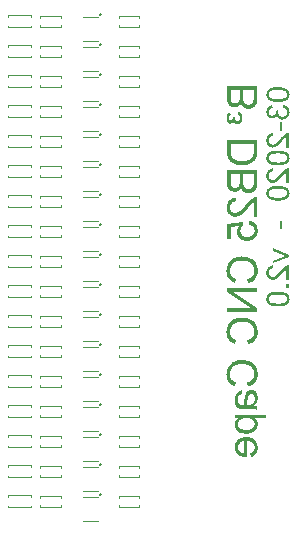
<source format=gbo>
G04*
G04 #@! TF.GenerationSoftware,Altium Limited,CircuitStudio,1.5.2 (30)*
G04*
G04 Layer_Color=13948096*
%FSLAX44Y44*%
%MOMM*%
G71*
G01*
G75*
%ADD35C,0.1000*%
%ADD60C,0.1500*%
G36*
X3870344Y2029960D02*
X3870760Y2029877D01*
X3871537Y2029627D01*
X3872204Y2029322D01*
X3872481Y2029155D01*
X3872759Y2028989D01*
X3873009Y2028822D01*
X3873203Y2028656D01*
X3873398Y2028517D01*
X3873536Y2028378D01*
X3873647Y2028295D01*
X3873730Y2028212D01*
X3873786Y2028156D01*
X3873814Y2028128D01*
X3874064Y2027795D01*
X3874314Y2027462D01*
X3874508Y2027129D01*
X3874674Y2026768D01*
X3874952Y2026074D01*
X3875119Y2025408D01*
X3875174Y2025102D01*
X3875230Y2024825D01*
X3875258Y2024575D01*
X3875285Y2024353D01*
X3875313Y2024186D01*
Y2024047D01*
Y2023964D01*
Y2023936D01*
X3875285Y2023409D01*
X3875230Y2022937D01*
X3875146Y2022465D01*
X3875035Y2022021D01*
X3874897Y2021604D01*
X3874758Y2021243D01*
X3874591Y2020882D01*
X3874425Y2020577D01*
X3874286Y2020271D01*
X3874119Y2020022D01*
X3873980Y2019800D01*
X3873842Y2019633D01*
X3873730Y2019494D01*
X3873647Y2019383D01*
X3873592Y2019328D01*
X3873564Y2019300D01*
X3873231Y2018967D01*
X3872870Y2018689D01*
X3872509Y2018439D01*
X3872148Y2018217D01*
X3871815Y2018051D01*
X3871454Y2017884D01*
X3870788Y2017662D01*
X3870482Y2017606D01*
X3870205Y2017551D01*
X3869955Y2017495D01*
X3869733Y2017467D01*
X3869566Y2017440D01*
X3869316D01*
X3868650Y2017467D01*
X3868039Y2017579D01*
X3867512Y2017745D01*
X3867068Y2017912D01*
X3866707Y2018078D01*
X3866429Y2018245D01*
X3866263Y2018356D01*
X3866207Y2018384D01*
X3865791Y2018772D01*
X3865430Y2019189D01*
X3865152Y2019633D01*
X3864930Y2020077D01*
X3864763Y2020466D01*
X3864652Y2020771D01*
X3864625Y2020882D01*
X3864597Y2020966D01*
X3864569Y2021021D01*
Y2021049D01*
X3864319Y2020577D01*
X3864069Y2020188D01*
X3863792Y2019855D01*
X3863542Y2019577D01*
X3863320Y2019355D01*
X3863125Y2019189D01*
X3863015Y2019106D01*
X3862959Y2019078D01*
X3862570Y2018856D01*
X3862181Y2018689D01*
X3861793Y2018550D01*
X3861432Y2018467D01*
X3861126Y2018412D01*
X3860905Y2018384D01*
X3860682D01*
X3860210Y2018412D01*
X3859738Y2018495D01*
X3859322Y2018606D01*
X3858961Y2018745D01*
X3858656Y2018883D01*
X3858406Y2018994D01*
X3858267Y2019078D01*
X3858211Y2019106D01*
X3857795Y2019383D01*
X3857434Y2019716D01*
X3857129Y2020049D01*
X3856851Y2020383D01*
X3856657Y2020660D01*
X3856490Y2020910D01*
X3856407Y2021077D01*
X3856379Y2021104D01*
Y2021132D01*
X3856157Y2021632D01*
X3855991Y2022132D01*
X3855852Y2022631D01*
X3855768Y2023076D01*
X3855713Y2023436D01*
X3855685Y2023742D01*
Y2023853D01*
Y2023936D01*
Y2023992D01*
Y2024019D01*
Y2024436D01*
X3855741Y2024825D01*
X3855880Y2025574D01*
X3856102Y2026213D01*
X3856324Y2026768D01*
X3856462Y2027018D01*
X3856573Y2027212D01*
X3856685Y2027406D01*
X3856796Y2027545D01*
X3856879Y2027656D01*
X3856935Y2027740D01*
X3856962Y2027795D01*
X3856990Y2027823D01*
X3857517Y2028350D01*
X3858101Y2028767D01*
X3858711Y2029100D01*
X3859322Y2029377D01*
X3859850Y2029544D01*
X3860072Y2029627D01*
X3860266Y2029683D01*
X3860432Y2029711D01*
X3860544Y2029738D01*
X3860627Y2029766D01*
X3860655D01*
X3861071Y2027406D01*
X3860460Y2027295D01*
X3859933Y2027129D01*
X3859489Y2026935D01*
X3859128Y2026740D01*
X3858850Y2026546D01*
X3858656Y2026379D01*
X3858517Y2026268D01*
X3858489Y2026240D01*
X3858211Y2025880D01*
X3857990Y2025491D01*
X3857851Y2025130D01*
X3857740Y2024769D01*
X3857684Y2024436D01*
X3857628Y2024186D01*
Y2024019D01*
Y2023992D01*
Y2023964D01*
X3857656Y2023464D01*
X3857767Y2023020D01*
X3857906Y2022631D01*
X3858045Y2022298D01*
X3858211Y2022048D01*
X3858350Y2021854D01*
X3858461Y2021715D01*
X3858489Y2021687D01*
X3858822Y2021382D01*
X3859183Y2021160D01*
X3859544Y2021021D01*
X3859877Y2020910D01*
X3860182Y2020854D01*
X3860405Y2020799D01*
X3860932D01*
X3861210Y2020854D01*
X3861682Y2020993D01*
X3862098Y2021188D01*
X3862459Y2021410D01*
X3862709Y2021632D01*
X3862903Y2021826D01*
X3863015Y2021965D01*
X3863042Y2021993D01*
Y2022021D01*
X3863292Y2022493D01*
X3863486Y2022937D01*
X3863625Y2023409D01*
X3863708Y2023825D01*
X3863764Y2024186D01*
X3863820Y2024491D01*
Y2024602D01*
Y2024686D01*
Y2024713D01*
Y2024741D01*
Y2024852D01*
X3863792Y2024963D01*
Y2025074D01*
Y2025102D01*
X3865874Y2025380D01*
X3865791Y2025019D01*
X3865735Y2024686D01*
X3865680Y2024408D01*
X3865652Y2024158D01*
X3865624Y2023964D01*
Y2023825D01*
Y2023742D01*
Y2023714D01*
X3865680Y2023131D01*
X3865791Y2022603D01*
X3865957Y2022132D01*
X3866151Y2021743D01*
X3866346Y2021438D01*
X3866512Y2021215D01*
X3866624Y2021077D01*
X3866679Y2021021D01*
X3867095Y2020660D01*
X3867540Y2020383D01*
X3867984Y2020188D01*
X3868428Y2020077D01*
X3868789Y2019994D01*
X3869094Y2019966D01*
X3869205Y2019938D01*
X3869372D01*
X3869983Y2019994D01*
X3870538Y2020133D01*
X3871010Y2020299D01*
X3871426Y2020521D01*
X3871760Y2020744D01*
X3872009Y2020910D01*
X3872176Y2021049D01*
X3872231Y2021104D01*
X3872620Y2021549D01*
X3872898Y2022021D01*
X3873092Y2022493D01*
X3873231Y2022937D01*
X3873314Y2023325D01*
X3873342Y2023631D01*
X3873370Y2023742D01*
Y2023825D01*
Y2023881D01*
Y2023908D01*
X3873342Y2024408D01*
X3873231Y2024880D01*
X3873092Y2025296D01*
X3872925Y2025630D01*
X3872787Y2025907D01*
X3872648Y2026129D01*
X3872537Y2026240D01*
X3872509Y2026296D01*
X3872120Y2026629D01*
X3871676Y2026907D01*
X3871204Y2027157D01*
X3870705Y2027351D01*
X3870288Y2027490D01*
X3870094Y2027545D01*
X3869927Y2027573D01*
X3869788Y2027601D01*
X3869677Y2027628D01*
X3869622Y2027656D01*
X3869594D01*
X3869899Y2030016D01*
X3870344Y2029960D01*
D02*
G37*
G36*
X3869205Y2008084D02*
X3866846D01*
Y2015385D01*
X3869205D01*
Y2008084D01*
D02*
G37*
G36*
X3874980Y1993759D02*
X3872704D01*
Y2003226D01*
X3872231Y2002892D01*
X3872037Y2002726D01*
X3871843Y2002587D01*
X3871676Y2002448D01*
X3871565Y2002337D01*
X3871482Y2002254D01*
X3871454Y2002226D01*
X3871315Y2002087D01*
X3871176Y2001921D01*
X3870816Y2001532D01*
X3870399Y2001088D01*
X3869983Y2000616D01*
X3869622Y2000172D01*
X3869455Y1999977D01*
X3869289Y1999811D01*
X3869178Y1999672D01*
X3869094Y1999561D01*
X3869039Y1999505D01*
X3869011Y1999478D01*
X3868622Y1999033D01*
X3868261Y1998589D01*
X3867900Y1998201D01*
X3867595Y1997840D01*
X3867290Y1997507D01*
X3867012Y1997229D01*
X3866762Y1996951D01*
X3866540Y1996729D01*
X3866318Y1996507D01*
X3866151Y1996340D01*
X3866013Y1996202D01*
X3865874Y1996063D01*
X3865707Y1995924D01*
X3865652Y1995869D01*
X3865180Y1995480D01*
X3864763Y1995147D01*
X3864347Y1994869D01*
X3864014Y1994647D01*
X3863708Y1994480D01*
X3863486Y1994369D01*
X3863347Y1994314D01*
X3863292Y1994286D01*
X3862876Y1994120D01*
X3862459Y1994008D01*
X3862071Y1993897D01*
X3861737Y1993842D01*
X3861432Y1993814D01*
X3861210Y1993786D01*
X3861016D01*
X3860599Y1993814D01*
X3860210Y1993870D01*
X3859822Y1993925D01*
X3859489Y1994036D01*
X3858822Y1994314D01*
X3858295Y1994592D01*
X3858045Y1994758D01*
X3857851Y1994897D01*
X3857656Y1995036D01*
X3857517Y1995175D01*
X3857406Y1995285D01*
X3857296Y1995341D01*
X3857267Y1995397D01*
X3857240Y1995424D01*
X3856962Y1995730D01*
X3856712Y1996063D01*
X3856518Y1996424D01*
X3856351Y1996785D01*
X3856074Y1997507D01*
X3855880Y1998228D01*
X3855824Y1998534D01*
X3855768Y1998839D01*
X3855741Y1999117D01*
X3855713Y1999339D01*
X3855685Y1999533D01*
Y1999700D01*
Y1999783D01*
Y1999811D01*
X3855713Y2000311D01*
X3855741Y2000782D01*
X3855824Y2001227D01*
X3855907Y2001643D01*
X3856018Y2002032D01*
X3856129Y2002393D01*
X3856268Y2002726D01*
X3856407Y2003031D01*
X3856546Y2003309D01*
X3856685Y2003531D01*
X3856796Y2003725D01*
X3856907Y2003892D01*
X3856990Y2004031D01*
X3857073Y2004114D01*
X3857101Y2004169D01*
X3857129Y2004197D01*
X3857406Y2004475D01*
X3857712Y2004725D01*
X3858045Y2004975D01*
X3858378Y2005169D01*
X3859044Y2005502D01*
X3859711Y2005724D01*
X3860016Y2005807D01*
X3860321Y2005891D01*
X3860571Y2005946D01*
X3860793Y2006002D01*
X3860988Y2006030D01*
X3861126D01*
X3861210Y2006057D01*
X3861237D01*
X3861487Y2003642D01*
X3860849Y2003586D01*
X3860294Y2003475D01*
X3859794Y2003309D01*
X3859405Y2003114D01*
X3859072Y2002948D01*
X3858850Y2002781D01*
X3858711Y2002670D01*
X3858656Y2002615D01*
X3858322Y2002198D01*
X3858073Y2001754D01*
X3857878Y2001282D01*
X3857767Y2000866D01*
X3857684Y2000477D01*
X3857656Y2000144D01*
X3857628Y2000033D01*
Y1999950D01*
Y1999894D01*
Y1999866D01*
X3857656Y1999283D01*
X3857767Y1998756D01*
X3857934Y1998312D01*
X3858101Y1997923D01*
X3858295Y1997618D01*
X3858434Y1997423D01*
X3858545Y1997284D01*
X3858600Y1997229D01*
X3858989Y1996896D01*
X3859377Y1996646D01*
X3859766Y1996452D01*
X3860155Y1996340D01*
X3860460Y1996257D01*
X3860738Y1996230D01*
X3860905Y1996202D01*
X3860960D01*
X3861460Y1996257D01*
X3861987Y1996368D01*
X3862459Y1996563D01*
X3862903Y1996757D01*
X3863264Y1996979D01*
X3863570Y1997173D01*
X3863681Y1997229D01*
X3863764Y1997284D01*
X3863792Y1997340D01*
X3863820D01*
X3864125Y1997562D01*
X3864430Y1997840D01*
X3864763Y1998145D01*
X3865096Y1998478D01*
X3865763Y1999172D01*
X3866429Y1999866D01*
X3866735Y2000227D01*
X3867012Y2000533D01*
X3867262Y2000838D01*
X3867484Y2001088D01*
X3867651Y2001282D01*
X3867790Y2001449D01*
X3867873Y2001560D01*
X3867900Y2001588D01*
X3868484Y2002282D01*
X3869039Y2002920D01*
X3869539Y2003448D01*
X3869955Y2003864D01*
X3870316Y2004225D01*
X3870566Y2004475D01*
X3870732Y2004614D01*
X3870760Y2004669D01*
X3870788D01*
X3871260Y2005058D01*
X3871704Y2005363D01*
X3872148Y2005641D01*
X3872537Y2005863D01*
X3872870Y2006030D01*
X3873120Y2006141D01*
X3873286Y2006196D01*
X3873314Y2006224D01*
X3873342D01*
X3873647Y2006335D01*
X3873925Y2006390D01*
X3874203Y2006446D01*
X3874453Y2006474D01*
X3874674Y2006501D01*
X3874980D01*
Y1993759D01*
D02*
G37*
G36*
X3866485Y2044952D02*
X3867401Y2044897D01*
X3868234Y2044813D01*
X3869011Y2044675D01*
X3869733Y2044536D01*
X3870371Y2044369D01*
X3870954Y2044203D01*
X3871454Y2044036D01*
X3871898Y2043869D01*
X3872287Y2043675D01*
X3872620Y2043536D01*
X3872870Y2043397D01*
X3873092Y2043259D01*
X3873231Y2043175D01*
X3873314Y2043120D01*
X3873342Y2043092D01*
X3873675Y2042787D01*
X3873980Y2042453D01*
X3874258Y2042093D01*
X3874480Y2041732D01*
X3874674Y2041371D01*
X3874841Y2041010D01*
X3874952Y2040649D01*
X3875063Y2040316D01*
X3875146Y2039983D01*
X3875202Y2039677D01*
X3875258Y2039400D01*
X3875285Y2039178D01*
X3875313Y2038983D01*
Y2038817D01*
Y2038733D01*
Y2038706D01*
X3875258Y2037956D01*
X3875146Y2037262D01*
X3874952Y2036679D01*
X3874758Y2036179D01*
X3874563Y2035763D01*
X3874453Y2035624D01*
X3874369Y2035485D01*
X3874314Y2035374D01*
X3874258Y2035291D01*
X3874203Y2035263D01*
Y2035235D01*
X3873730Y2034736D01*
X3873231Y2034319D01*
X3872675Y2033958D01*
X3872176Y2033681D01*
X3871704Y2033459D01*
X3871510Y2033347D01*
X3871315Y2033292D01*
X3871176Y2033237D01*
X3871065Y2033181D01*
X3871010Y2033153D01*
X3870982D01*
X3870566Y2033014D01*
X3870149Y2032903D01*
X3869261Y2032737D01*
X3868345Y2032598D01*
X3867456Y2032515D01*
X3867068Y2032487D01*
X3866707Y2032459D01*
X3866374D01*
X3866068Y2032431D01*
X3864985D01*
X3864486Y2032459D01*
X3864042D01*
X3863597Y2032487D01*
X3863209Y2032542D01*
X3862820Y2032570D01*
X3862487Y2032598D01*
X3862181Y2032654D01*
X3861904Y2032681D01*
X3861654Y2032737D01*
X3861460Y2032764D01*
X3861293Y2032792D01*
X3861154Y2032820D01*
X3861071Y2032848D01*
X3861016Y2032876D01*
X3860988D01*
X3860377Y2033042D01*
X3859822Y2033237D01*
X3859350Y2033459D01*
X3858933Y2033625D01*
X3858572Y2033819D01*
X3858322Y2033931D01*
X3858184Y2034042D01*
X3858128Y2034069D01*
X3857712Y2034375D01*
X3857351Y2034680D01*
X3857046Y2035013D01*
X3856768Y2035319D01*
X3856573Y2035596D01*
X3856435Y2035818D01*
X3856351Y2035957D01*
X3856324Y2035985D01*
Y2036013D01*
X3856102Y2036457D01*
X3855963Y2036929D01*
X3855852Y2037373D01*
X3855768Y2037789D01*
X3855713Y2038150D01*
X3855685Y2038456D01*
Y2038567D01*
Y2038650D01*
Y2038678D01*
Y2038706D01*
X3855741Y2039455D01*
X3855852Y2040149D01*
X3856046Y2040732D01*
X3856241Y2041232D01*
X3856462Y2041648D01*
X3856546Y2041815D01*
X3856657Y2041954D01*
X3856712Y2042065D01*
X3856768Y2042148D01*
X3856823Y2042176D01*
Y2042204D01*
X3857267Y2042703D01*
X3857795Y2043120D01*
X3858322Y2043481D01*
X3858822Y2043758D01*
X3859294Y2043980D01*
X3859489Y2044091D01*
X3859683Y2044147D01*
X3859822Y2044203D01*
X3859933Y2044258D01*
X3859988Y2044286D01*
X3860016D01*
X3860432Y2044397D01*
X3860849Y2044508D01*
X3861765Y2044675D01*
X3862681Y2044813D01*
X3863542Y2044897D01*
X3863958Y2044924D01*
X3864319Y2044952D01*
X3864652D01*
X3864958Y2044980D01*
X3865513D01*
X3866485Y2044952D01*
D02*
G37*
G36*
X3843536Y1788599D02*
X3843906Y1788562D01*
X3844684Y1788377D01*
X3845313Y1788118D01*
X3845869Y1787821D01*
X3846313Y1787525D01*
X3846647Y1787266D01*
X3846832Y1787081D01*
X3846906Y1787007D01*
X3847387Y1786340D01*
X3847758Y1785600D01*
X3848017Y1784785D01*
X3848202Y1784044D01*
X3848313Y1783378D01*
X3848350Y1783081D01*
Y1782822D01*
X3848387Y1782600D01*
Y1782452D01*
Y1782341D01*
Y1782303D01*
X3848350Y1781637D01*
X3848276Y1780970D01*
X3848202Y1780378D01*
X3848091Y1779859D01*
X3847980Y1779452D01*
X3847869Y1779119D01*
X3847832Y1778896D01*
X3847795Y1778822D01*
X3847535Y1778193D01*
X3847202Y1777600D01*
X3846832Y1777045D01*
X3846499Y1776489D01*
X3846165Y1776045D01*
X3845906Y1775712D01*
X3845721Y1775489D01*
X3845647Y1775452D01*
Y1775415D01*
X3846128Y1775341D01*
X3846573Y1775267D01*
X3846980Y1775193D01*
X3847313Y1775082D01*
X3847610Y1774971D01*
X3847795Y1774897D01*
X3847943Y1774860D01*
X3847980Y1774823D01*
Y1771527D01*
X3847573Y1771712D01*
X3847165Y1771897D01*
X3846795Y1772045D01*
X3846461Y1772119D01*
X3846165Y1772231D01*
X3845943Y1772267D01*
X3845795Y1772305D01*
X3845758D01*
X3845499Y1772342D01*
X3845165Y1772379D01*
X3844795D01*
X3844388Y1772416D01*
X3843462Y1772453D01*
X3842536D01*
X3841647Y1772490D01*
X3835277D01*
X3834648Y1772527D01*
X3834167Y1772564D01*
X3833759D01*
X3833463Y1772601D01*
X3833241Y1772638D01*
X3833130Y1772675D01*
X3833093D01*
X3832611Y1772786D01*
X3832204Y1772934D01*
X3831870Y1773082D01*
X3831537Y1773267D01*
X3831315Y1773416D01*
X3831130Y1773527D01*
X3831019Y1773601D01*
X3830982Y1773638D01*
X3830685Y1773934D01*
X3830389Y1774267D01*
X3830167Y1774638D01*
X3829945Y1775008D01*
X3829796Y1775341D01*
X3829685Y1775600D01*
X3829612Y1775786D01*
X3829574Y1775860D01*
X3829389Y1776452D01*
X3829241Y1777082D01*
X3829130Y1777711D01*
X3829056Y1778341D01*
X3829019Y1778896D01*
X3828982Y1779304D01*
Y1779489D01*
Y1779600D01*
Y1779674D01*
Y1779711D01*
X3829019Y1780600D01*
X3829093Y1781378D01*
X3829204Y1782118D01*
X3829315Y1782711D01*
X3829426Y1783229D01*
X3829537Y1783600D01*
X3829574Y1783748D01*
X3829612Y1783859D01*
X3829648Y1783896D01*
Y1783933D01*
X3829908Y1784563D01*
X3830241Y1785118D01*
X3830537Y1785600D01*
X3830833Y1786007D01*
X3831130Y1786303D01*
X3831352Y1786525D01*
X3831500Y1786673D01*
X3831537Y1786710D01*
X3832019Y1787044D01*
X3832537Y1787340D01*
X3833055Y1787562D01*
X3833537Y1787747D01*
X3834018Y1787896D01*
X3834352Y1788007D01*
X3834500Y1788044D01*
X3834611D01*
X3834648Y1788081D01*
X3834685D01*
X3835092Y1785007D01*
X3834426Y1784785D01*
X3833833Y1784563D01*
X3833352Y1784303D01*
X3832981Y1784081D01*
X3832685Y1783859D01*
X3832500Y1783674D01*
X3832389Y1783526D01*
X3832352Y1783489D01*
X3832093Y1783044D01*
X3831907Y1782526D01*
X3831759Y1781970D01*
X3831685Y1781452D01*
X3831611Y1780933D01*
X3831574Y1780563D01*
Y1780415D01*
Y1780304D01*
Y1780230D01*
Y1780193D01*
X3831611Y1779341D01*
X3831722Y1778600D01*
X3831907Y1778008D01*
X3832093Y1777489D01*
X3832315Y1777119D01*
X3832463Y1776823D01*
X3832611Y1776637D01*
X3832648Y1776600D01*
X3832981Y1776304D01*
X3833389Y1776082D01*
X3833833Y1775897D01*
X3834278Y1775786D01*
X3834685Y1775712D01*
X3835055Y1775675D01*
X3835833D01*
X3836055Y1775712D01*
X3836166D01*
X3836277Y1776082D01*
X3836389Y1776489D01*
X3836611Y1777341D01*
X3836796Y1778304D01*
X3836981Y1779193D01*
X3837055Y1779637D01*
X3837092Y1780045D01*
X3837166Y1780415D01*
X3837203Y1780711D01*
X3837240Y1780970D01*
Y1781156D01*
X3837277Y1781304D01*
Y1781341D01*
X3837351Y1782007D01*
X3837462Y1782563D01*
X3837537Y1783044D01*
X3837610Y1783414D01*
X3837648Y1783711D01*
X3837722Y1783933D01*
X3837759Y1784081D01*
Y1784118D01*
X3837907Y1784600D01*
X3838055Y1785007D01*
X3838240Y1785414D01*
X3838388Y1785748D01*
X3838536Y1786044D01*
X3838685Y1786229D01*
X3838759Y1786377D01*
X3838795Y1786414D01*
X3839055Y1786785D01*
X3839351Y1787081D01*
X3839648Y1787377D01*
X3839944Y1787599D01*
X3840203Y1787784D01*
X3840425Y1787932D01*
X3840573Y1788007D01*
X3840610Y1788044D01*
X3841017Y1788229D01*
X3841462Y1788377D01*
X3841870Y1788488D01*
X3842277Y1788562D01*
X3842610Y1788599D01*
X3842869Y1788636D01*
X3843091D01*
X3843536Y1788599D01*
D02*
G37*
G36*
X3855090Y1764491D02*
X3846054D01*
X3846425Y1764194D01*
X3846758Y1763861D01*
X3847054Y1763491D01*
X3847276Y1763194D01*
X3847498Y1762898D01*
X3847646Y1762676D01*
X3847721Y1762491D01*
X3847758Y1762454D01*
X3847980Y1761972D01*
X3848128Y1761491D01*
X3848239Y1761009D01*
X3848313Y1760565D01*
X3848350Y1760195D01*
X3848387Y1759898D01*
Y1759713D01*
Y1759639D01*
X3848350Y1758862D01*
X3848202Y1758084D01*
X3848017Y1757417D01*
X3847795Y1756788D01*
X3847573Y1756269D01*
X3847387Y1755899D01*
X3847313Y1755751D01*
X3847239Y1755640D01*
X3847202Y1755603D01*
Y1755565D01*
X3846684Y1754862D01*
X3846128Y1754269D01*
X3845573Y1753751D01*
X3845017Y1753344D01*
X3844499Y1753010D01*
X3844091Y1752751D01*
X3843943Y1752677D01*
X3843832Y1752603D01*
X3843758Y1752566D01*
X3843721D01*
X3842832Y1752233D01*
X3841943Y1751973D01*
X3841092Y1751788D01*
X3840277Y1751640D01*
X3839610Y1751566D01*
X3839314D01*
X3839055Y1751529D01*
X3838574D01*
X3837610Y1751566D01*
X3836685Y1751677D01*
X3835870Y1751825D01*
X3835129Y1752010D01*
X3834537Y1752195D01*
X3834278Y1752270D01*
X3834055Y1752344D01*
X3833907Y1752418D01*
X3833796Y1752455D01*
X3833722Y1752492D01*
X3833685D01*
X3832907Y1752862D01*
X3832204Y1753306D01*
X3831611Y1753751D01*
X3831130Y1754195D01*
X3830759Y1754603D01*
X3830463Y1754936D01*
X3830315Y1755158D01*
X3830241Y1755195D01*
Y1755232D01*
X3829834Y1755936D01*
X3829500Y1756640D01*
X3829278Y1757343D01*
X3829130Y1758010D01*
X3829056Y1758565D01*
X3829019Y1758824D01*
X3828982Y1759010D01*
Y1759195D01*
Y1759306D01*
Y1759380D01*
Y1759417D01*
X3829019Y1760084D01*
X3829093Y1760676D01*
X3829204Y1761195D01*
X3829352Y1761639D01*
X3829500Y1762009D01*
X3829612Y1762306D01*
X3829685Y1762454D01*
X3829723Y1762528D01*
X3830019Y1762972D01*
X3830352Y1763417D01*
X3830685Y1763787D01*
X3831056Y1764120D01*
X3831352Y1764417D01*
X3831611Y1764602D01*
X3831759Y1764750D01*
X3831833Y1764787D01*
X3829389D01*
Y1767638D01*
X3855090D01*
Y1764491D01*
D02*
G37*
G36*
X3839684Y1748751D02*
X3840462Y1748677D01*
X3841203Y1748566D01*
X3841870Y1748418D01*
X3842499Y1748233D01*
X3843091Y1748048D01*
X3843610Y1747826D01*
X3844091Y1747603D01*
X3844499Y1747381D01*
X3844869Y1747159D01*
X3845165Y1746974D01*
X3845424Y1746789D01*
X3845647Y1746640D01*
X3845795Y1746529D01*
X3845869Y1746455D01*
X3845906Y1746418D01*
X3846350Y1745937D01*
X3846721Y1745455D01*
X3847054Y1744937D01*
X3847350Y1744382D01*
X3847573Y1743863D01*
X3847795Y1743307D01*
X3848091Y1742271D01*
X3848165Y1741789D01*
X3848239Y1741345D01*
X3848313Y1740937D01*
X3848350Y1740604D01*
X3848387Y1740345D01*
Y1740123D01*
Y1739975D01*
Y1739937D01*
X3848313Y1738790D01*
X3848128Y1737753D01*
X3847906Y1736827D01*
X3847758Y1736456D01*
X3847610Y1736086D01*
X3847462Y1735753D01*
X3847313Y1735457D01*
X3847202Y1735234D01*
X3847091Y1735012D01*
X3846980Y1734864D01*
X3846906Y1734753D01*
X3846832Y1734679D01*
Y1734642D01*
X3846165Y1733901D01*
X3845462Y1733309D01*
X3844721Y1732790D01*
X3844017Y1732420D01*
X3843388Y1732124D01*
X3843091Y1732012D01*
X3842869Y1731901D01*
X3842647Y1731827D01*
X3842499Y1731790D01*
X3842425Y1731753D01*
X3842388D01*
X3841981Y1735012D01*
X3842684Y1735308D01*
X3843277Y1735642D01*
X3843795Y1735975D01*
X3844203Y1736271D01*
X3844499Y1736530D01*
X3844721Y1736753D01*
X3844869Y1736938D01*
X3844906Y1736975D01*
X3845202Y1737456D01*
X3845424Y1737938D01*
X3845573Y1738456D01*
X3845684Y1738901D01*
X3845758Y1739308D01*
X3845795Y1739641D01*
Y1739863D01*
Y1739901D01*
Y1739937D01*
X3845758Y1740382D01*
X3845721Y1740789D01*
X3845536Y1741530D01*
X3845276Y1742197D01*
X3844980Y1742789D01*
X3844721Y1743233D01*
X3844462Y1743567D01*
X3844277Y1743789D01*
X3844203Y1743826D01*
Y1743863D01*
X3843536Y1744382D01*
X3842795Y1744789D01*
X3841981Y1745085D01*
X3841240Y1745307D01*
X3840573Y1745418D01*
X3840277Y1745493D01*
X3840018Y1745529D01*
X3839796D01*
X3839648Y1745567D01*
X3839499D01*
Y1731679D01*
X3839129Y1731642D01*
X3838685D01*
X3837833Y1731679D01*
X3837055Y1731753D01*
X3836314Y1731864D01*
X3835611Y1732012D01*
X3834981Y1732198D01*
X3834389Y1732383D01*
X3833870Y1732605D01*
X3833389Y1732827D01*
X3832944Y1733049D01*
X3832574Y1733271D01*
X3832278Y1733457D01*
X3832019Y1733642D01*
X3831796Y1733790D01*
X3831648Y1733901D01*
X3831574Y1733975D01*
X3831537Y1734012D01*
X3831093Y1734457D01*
X3830685Y1734938D01*
X3830352Y1735457D01*
X3830056Y1735975D01*
X3829796Y1736493D01*
X3829612Y1736975D01*
X3829426Y1737493D01*
X3829315Y1737938D01*
X3829204Y1738419D01*
X3829130Y1738826D01*
X3829056Y1739197D01*
X3829019Y1739493D01*
X3828982Y1739752D01*
Y1739975D01*
Y1740086D01*
Y1740123D01*
X3829019Y1740826D01*
X3829093Y1741493D01*
X3829204Y1742122D01*
X3829389Y1742715D01*
X3829574Y1743271D01*
X3829796Y1743789D01*
X3830019Y1744270D01*
X3830278Y1744678D01*
X3830500Y1745085D01*
X3830759Y1745418D01*
X3830982Y1745715D01*
X3831167Y1745937D01*
X3831352Y1746122D01*
X3831463Y1746270D01*
X3831537Y1746344D01*
X3831574Y1746381D01*
X3832093Y1746789D01*
X3832648Y1747159D01*
X3833204Y1747492D01*
X3833796Y1747789D01*
X3834426Y1748011D01*
X3835018Y1748196D01*
X3836203Y1748492D01*
X3836722Y1748603D01*
X3837240Y1748677D01*
X3837685Y1748714D01*
X3838092Y1748751D01*
X3838425Y1748788D01*
X3838870D01*
X3839684Y1748751D01*
D02*
G37*
G36*
X3866485Y1991205D02*
X3867401Y1991149D01*
X3868234Y1991066D01*
X3869011Y1990927D01*
X3869733Y1990788D01*
X3870371Y1990621D01*
X3870954Y1990455D01*
X3871454Y1990288D01*
X3871898Y1990122D01*
X3872287Y1989927D01*
X3872620Y1989789D01*
X3872870Y1989650D01*
X3873092Y1989511D01*
X3873231Y1989428D01*
X3873314Y1989372D01*
X3873342Y1989344D01*
X3873675Y1989039D01*
X3873980Y1988706D01*
X3874258Y1988345D01*
X3874480Y1987984D01*
X3874674Y1987623D01*
X3874841Y1987262D01*
X3874952Y1986901D01*
X3875063Y1986568D01*
X3875146Y1986235D01*
X3875202Y1985930D01*
X3875258Y1985652D01*
X3875285Y1985430D01*
X3875313Y1985236D01*
Y1985069D01*
Y1984986D01*
Y1984958D01*
X3875258Y1984208D01*
X3875146Y1983514D01*
X3874952Y1982931D01*
X3874758Y1982432D01*
X3874563Y1982015D01*
X3874453Y1981876D01*
X3874369Y1981738D01*
X3874314Y1981626D01*
X3874258Y1981543D01*
X3874203Y1981516D01*
Y1981488D01*
X3873730Y1980988D01*
X3873231Y1980572D01*
X3872675Y1980211D01*
X3872176Y1979933D01*
X3871704Y1979711D01*
X3871510Y1979600D01*
X3871315Y1979544D01*
X3871176Y1979489D01*
X3871065Y1979433D01*
X3871010Y1979406D01*
X3870982D01*
X3870566Y1979267D01*
X3870149Y1979156D01*
X3869261Y1978989D01*
X3868345Y1978850D01*
X3867456Y1978767D01*
X3867068Y1978739D01*
X3866707Y1978712D01*
X3866374D01*
X3866068Y1978684D01*
X3864985D01*
X3864486Y1978712D01*
X3864042D01*
X3863597Y1978739D01*
X3863209Y1978795D01*
X3862820Y1978823D01*
X3862487Y1978850D01*
X3862181Y1978906D01*
X3861904Y1978934D01*
X3861654Y1978989D01*
X3861460Y1979017D01*
X3861293Y1979045D01*
X3861154Y1979072D01*
X3861071Y1979100D01*
X3861016Y1979128D01*
X3860988D01*
X3860377Y1979294D01*
X3859822Y1979489D01*
X3859350Y1979711D01*
X3858933Y1979877D01*
X3858572Y1980072D01*
X3858322Y1980183D01*
X3858184Y1980294D01*
X3858128Y1980322D01*
X3857712Y1980627D01*
X3857351Y1980932D01*
X3857046Y1981266D01*
X3856768Y1981571D01*
X3856573Y1981849D01*
X3856435Y1982071D01*
X3856351Y1982209D01*
X3856324Y1982237D01*
Y1982265D01*
X3856102Y1982709D01*
X3855963Y1983181D01*
X3855852Y1983625D01*
X3855768Y1984042D01*
X3855713Y1984403D01*
X3855685Y1984708D01*
Y1984819D01*
Y1984902D01*
Y1984930D01*
Y1984958D01*
X3855741Y1985708D01*
X3855852Y1986402D01*
X3856046Y1986985D01*
X3856241Y1987484D01*
X3856462Y1987901D01*
X3856546Y1988067D01*
X3856657Y1988206D01*
X3856712Y1988317D01*
X3856768Y1988401D01*
X3856823Y1988428D01*
Y1988456D01*
X3857267Y1988956D01*
X3857795Y1989372D01*
X3858322Y1989733D01*
X3858822Y1990011D01*
X3859294Y1990233D01*
X3859489Y1990344D01*
X3859683Y1990399D01*
X3859822Y1990455D01*
X3859933Y1990510D01*
X3859988Y1990538D01*
X3860016D01*
X3860432Y1990649D01*
X3860849Y1990760D01*
X3861765Y1990927D01*
X3862681Y1991066D01*
X3863542Y1991149D01*
X3863958Y1991177D01*
X3864319Y1991205D01*
X3864652D01*
X3864958Y1991232D01*
X3865513D01*
X3866485Y1991205D01*
D02*
G37*
G36*
X3874980Y1881766D02*
X3872704D01*
Y1891233D01*
X3872231Y1890900D01*
X3872037Y1890733D01*
X3871843Y1890594D01*
X3871676Y1890455D01*
X3871565Y1890344D01*
X3871482Y1890261D01*
X3871454Y1890233D01*
X3871315Y1890095D01*
X3871176Y1889928D01*
X3870816Y1889539D01*
X3870399Y1889095D01*
X3869983Y1888623D01*
X3869622Y1888179D01*
X3869455Y1887985D01*
X3869289Y1887818D01*
X3869178Y1887679D01*
X3869094Y1887568D01*
X3869039Y1887513D01*
X3869011Y1887485D01*
X3868622Y1887041D01*
X3868261Y1886597D01*
X3867900Y1886208D01*
X3867595Y1885847D01*
X3867290Y1885514D01*
X3867012Y1885236D01*
X3866762Y1884959D01*
X3866540Y1884736D01*
X3866318Y1884514D01*
X3866151Y1884348D01*
X3866013Y1884209D01*
X3865874Y1884070D01*
X3865707Y1883931D01*
X3865652Y1883876D01*
X3865180Y1883487D01*
X3864763Y1883154D01*
X3864347Y1882876D01*
X3864014Y1882654D01*
X3863708Y1882488D01*
X3863486Y1882377D01*
X3863347Y1882321D01*
X3863292Y1882293D01*
X3862876Y1882127D01*
X3862459Y1882016D01*
X3862071Y1881905D01*
X3861737Y1881849D01*
X3861432Y1881821D01*
X3861210Y1881794D01*
X3861016D01*
X3860599Y1881821D01*
X3860210Y1881877D01*
X3859822Y1881933D01*
X3859489Y1882043D01*
X3858822Y1882321D01*
X3858295Y1882599D01*
X3858045Y1882765D01*
X3857851Y1882904D01*
X3857656Y1883043D01*
X3857517Y1883182D01*
X3857406Y1883293D01*
X3857296Y1883348D01*
X3857267Y1883404D01*
X3857240Y1883432D01*
X3856962Y1883737D01*
X3856712Y1884070D01*
X3856518Y1884431D01*
X3856351Y1884792D01*
X3856074Y1885514D01*
X3855880Y1886236D01*
X3855824Y1886541D01*
X3855768Y1886846D01*
X3855741Y1887124D01*
X3855713Y1887346D01*
X3855685Y1887540D01*
Y1887707D01*
Y1887790D01*
Y1887818D01*
X3855713Y1888318D01*
X3855741Y1888790D01*
X3855824Y1889234D01*
X3855907Y1889650D01*
X3856018Y1890039D01*
X3856129Y1890400D01*
X3856268Y1890733D01*
X3856407Y1891039D01*
X3856546Y1891316D01*
X3856685Y1891538D01*
X3856796Y1891732D01*
X3856907Y1891899D01*
X3856990Y1892038D01*
X3857073Y1892121D01*
X3857101Y1892177D01*
X3857129Y1892204D01*
X3857406Y1892482D01*
X3857712Y1892732D01*
X3858045Y1892982D01*
X3858378Y1893176D01*
X3859044Y1893509D01*
X3859711Y1893731D01*
X3860016Y1893815D01*
X3860321Y1893898D01*
X3860571Y1893954D01*
X3860793Y1894009D01*
X3860988Y1894037D01*
X3861126D01*
X3861210Y1894065D01*
X3861237D01*
X3861487Y1891649D01*
X3860849Y1891594D01*
X3860294Y1891483D01*
X3859794Y1891316D01*
X3859405Y1891122D01*
X3859072Y1890955D01*
X3858850Y1890789D01*
X3858711Y1890678D01*
X3858656Y1890622D01*
X3858322Y1890206D01*
X3858073Y1889761D01*
X3857878Y1889290D01*
X3857767Y1888873D01*
X3857684Y1888484D01*
X3857656Y1888151D01*
X3857628Y1888040D01*
Y1887957D01*
Y1887901D01*
Y1887874D01*
X3857656Y1887291D01*
X3857767Y1886763D01*
X3857934Y1886319D01*
X3858101Y1885930D01*
X3858295Y1885625D01*
X3858434Y1885430D01*
X3858545Y1885292D01*
X3858600Y1885236D01*
X3858989Y1884903D01*
X3859377Y1884653D01*
X3859766Y1884459D01*
X3860155Y1884348D01*
X3860460Y1884265D01*
X3860738Y1884237D01*
X3860905Y1884209D01*
X3860960D01*
X3861460Y1884265D01*
X3861987Y1884376D01*
X3862459Y1884570D01*
X3862903Y1884764D01*
X3863264Y1884986D01*
X3863570Y1885181D01*
X3863681Y1885236D01*
X3863764Y1885292D01*
X3863792Y1885347D01*
X3863820D01*
X3864125Y1885569D01*
X3864430Y1885847D01*
X3864763Y1886152D01*
X3865096Y1886485D01*
X3865763Y1887180D01*
X3866429Y1887874D01*
X3866735Y1888235D01*
X3867012Y1888540D01*
X3867262Y1888845D01*
X3867484Y1889095D01*
X3867651Y1889290D01*
X3867790Y1889456D01*
X3867873Y1889567D01*
X3867900Y1889595D01*
X3868484Y1890289D01*
X3869039Y1890927D01*
X3869539Y1891455D01*
X3869955Y1891871D01*
X3870316Y1892232D01*
X3870566Y1892482D01*
X3870732Y1892621D01*
X3870760Y1892677D01*
X3870788D01*
X3871260Y1893065D01*
X3871704Y1893371D01*
X3872148Y1893648D01*
X3872537Y1893870D01*
X3872870Y1894037D01*
X3873120Y1894148D01*
X3873286Y1894203D01*
X3873314Y1894231D01*
X3873342D01*
X3873647Y1894342D01*
X3873925Y1894398D01*
X3874203Y1894453D01*
X3874453Y1894481D01*
X3874674Y1894509D01*
X3874980D01*
Y1881766D01*
D02*
G37*
G36*
Y1875214D02*
X3872287D01*
Y1877907D01*
X3874980D01*
Y1875214D01*
D02*
G37*
G36*
X3866485Y1871744D02*
X3867401Y1871688D01*
X3868234Y1871605D01*
X3869011Y1871466D01*
X3869733Y1871327D01*
X3870371Y1871161D01*
X3870954Y1870994D01*
X3871454Y1870828D01*
X3871898Y1870661D01*
X3872287Y1870467D01*
X3872620Y1870328D01*
X3872870Y1870189D01*
X3873092Y1870050D01*
X3873231Y1869967D01*
X3873314Y1869911D01*
X3873342Y1869884D01*
X3873675Y1869578D01*
X3873980Y1869245D01*
X3874258Y1868884D01*
X3874480Y1868523D01*
X3874674Y1868162D01*
X3874841Y1867802D01*
X3874952Y1867441D01*
X3875063Y1867108D01*
X3875146Y1866774D01*
X3875202Y1866469D01*
X3875258Y1866191D01*
X3875285Y1865969D01*
X3875313Y1865775D01*
Y1865608D01*
Y1865525D01*
Y1865497D01*
X3875258Y1864748D01*
X3875146Y1864054D01*
X3874952Y1863471D01*
X3874758Y1862971D01*
X3874563Y1862554D01*
X3874453Y1862416D01*
X3874369Y1862277D01*
X3874314Y1862166D01*
X3874258Y1862083D01*
X3874203Y1862055D01*
Y1862027D01*
X3873730Y1861527D01*
X3873231Y1861111D01*
X3872675Y1860750D01*
X3872176Y1860472D01*
X3871704Y1860250D01*
X3871510Y1860139D01*
X3871315Y1860084D01*
X3871176Y1860028D01*
X3871065Y1859973D01*
X3871010Y1859945D01*
X3870982D01*
X3870566Y1859806D01*
X3870149Y1859695D01*
X3869261Y1859528D01*
X3868345Y1859390D01*
X3867456Y1859306D01*
X3867068Y1859279D01*
X3866707Y1859251D01*
X3866374D01*
X3866068Y1859223D01*
X3864985D01*
X3864486Y1859251D01*
X3864042D01*
X3863597Y1859279D01*
X3863209Y1859334D01*
X3862820Y1859362D01*
X3862487Y1859390D01*
X3862181Y1859445D01*
X3861904Y1859473D01*
X3861654Y1859528D01*
X3861460Y1859556D01*
X3861293Y1859584D01*
X3861154Y1859612D01*
X3861071Y1859639D01*
X3861016Y1859667D01*
X3860988D01*
X3860377Y1859834D01*
X3859822Y1860028D01*
X3859350Y1860250D01*
X3858933Y1860417D01*
X3858572Y1860611D01*
X3858322Y1860722D01*
X3858184Y1860833D01*
X3858128Y1860861D01*
X3857712Y1861166D01*
X3857351Y1861472D01*
X3857046Y1861805D01*
X3856768Y1862110D01*
X3856573Y1862388D01*
X3856435Y1862610D01*
X3856351Y1862749D01*
X3856324Y1862777D01*
Y1862804D01*
X3856102Y1863248D01*
X3855963Y1863721D01*
X3855852Y1864165D01*
X3855768Y1864581D01*
X3855713Y1864942D01*
X3855685Y1865247D01*
Y1865358D01*
Y1865442D01*
Y1865470D01*
Y1865497D01*
X3855741Y1866247D01*
X3855852Y1866941D01*
X3856046Y1867524D01*
X3856241Y1868024D01*
X3856462Y1868440D01*
X3856546Y1868607D01*
X3856657Y1868745D01*
X3856712Y1868857D01*
X3856768Y1868940D01*
X3856823Y1868967D01*
Y1868995D01*
X3857267Y1869495D01*
X3857795Y1869911D01*
X3858322Y1870272D01*
X3858822Y1870550D01*
X3859294Y1870772D01*
X3859489Y1870883D01*
X3859683Y1870939D01*
X3859822Y1870994D01*
X3859933Y1871050D01*
X3859988Y1871078D01*
X3860016D01*
X3860432Y1871189D01*
X3860849Y1871300D01*
X3861765Y1871466D01*
X3862681Y1871605D01*
X3863542Y1871688D01*
X3863958Y1871716D01*
X3864319Y1871744D01*
X3864652D01*
X3864958Y1871772D01*
X3865513D01*
X3866485Y1871744D01*
D02*
G37*
G36*
X3874980Y1903171D02*
Y1900922D01*
X3861043Y1895619D01*
Y1898062D01*
X3869566Y1901144D01*
X3870121Y1901338D01*
X3870621Y1901533D01*
X3871093Y1901671D01*
X3871454Y1901810D01*
X3871787Y1901893D01*
X3872009Y1901977D01*
X3872148Y1902005D01*
X3872204Y1902032D01*
X3871676Y1902199D01*
X3871149Y1902338D01*
X3870677Y1902504D01*
X3870260Y1902643D01*
X3869899Y1902754D01*
X3869622Y1902837D01*
X3869539Y1902865D01*
X3869455Y1902893D01*
X3869427Y1902921D01*
X3869400D01*
X3861043Y1905919D01*
Y1908418D01*
X3874980Y1903171D01*
D02*
G37*
G36*
Y1963887D02*
X3872704D01*
Y1973353D01*
X3872231Y1973020D01*
X3872037Y1972854D01*
X3871843Y1972715D01*
X3871676Y1972576D01*
X3871565Y1972465D01*
X3871482Y1972382D01*
X3871454Y1972354D01*
X3871315Y1972215D01*
X3871176Y1972049D01*
X3870816Y1971660D01*
X3870399Y1971216D01*
X3869983Y1970744D01*
X3869622Y1970300D01*
X3869455Y1970105D01*
X3869289Y1969939D01*
X3869178Y1969800D01*
X3869094Y1969689D01*
X3869039Y1969633D01*
X3869011Y1969606D01*
X3868622Y1969161D01*
X3868261Y1968717D01*
X3867900Y1968328D01*
X3867595Y1967968D01*
X3867290Y1967634D01*
X3867012Y1967357D01*
X3866762Y1967079D01*
X3866540Y1966857D01*
X3866318Y1966635D01*
X3866151Y1966468D01*
X3866013Y1966330D01*
X3865874Y1966191D01*
X3865707Y1966052D01*
X3865652Y1965996D01*
X3865180Y1965608D01*
X3864763Y1965275D01*
X3864347Y1964997D01*
X3864014Y1964775D01*
X3863708Y1964608D01*
X3863486Y1964497D01*
X3863347Y1964442D01*
X3863292Y1964414D01*
X3862876Y1964247D01*
X3862459Y1964136D01*
X3862071Y1964025D01*
X3861737Y1963970D01*
X3861432Y1963942D01*
X3861210Y1963914D01*
X3861016D01*
X3860599Y1963942D01*
X3860210Y1963997D01*
X3859822Y1964053D01*
X3859489Y1964164D01*
X3858822Y1964442D01*
X3858295Y1964719D01*
X3858045Y1964886D01*
X3857851Y1965025D01*
X3857656Y1965164D01*
X3857517Y1965302D01*
X3857406Y1965413D01*
X3857296Y1965469D01*
X3857267Y1965524D01*
X3857240Y1965552D01*
X3856962Y1965858D01*
X3856712Y1966191D01*
X3856518Y1966552D01*
X3856351Y1966913D01*
X3856074Y1967634D01*
X3855880Y1968356D01*
X3855824Y1968662D01*
X3855768Y1968967D01*
X3855741Y1969245D01*
X3855713Y1969467D01*
X3855685Y1969661D01*
Y1969828D01*
Y1969911D01*
Y1969939D01*
X3855713Y1970438D01*
X3855741Y1970910D01*
X3855824Y1971355D01*
X3855907Y1971771D01*
X3856018Y1972160D01*
X3856129Y1972520D01*
X3856268Y1972854D01*
X3856407Y1973159D01*
X3856546Y1973437D01*
X3856685Y1973659D01*
X3856796Y1973853D01*
X3856907Y1974020D01*
X3856990Y1974158D01*
X3857073Y1974242D01*
X3857101Y1974297D01*
X3857129Y1974325D01*
X3857406Y1974603D01*
X3857712Y1974853D01*
X3858045Y1975102D01*
X3858378Y1975297D01*
X3859044Y1975630D01*
X3859711Y1975852D01*
X3860016Y1975935D01*
X3860321Y1976019D01*
X3860571Y1976074D01*
X3860793Y1976130D01*
X3860988Y1976157D01*
X3861126D01*
X3861210Y1976185D01*
X3861237D01*
X3861487Y1973770D01*
X3860849Y1973714D01*
X3860294Y1973603D01*
X3859794Y1973437D01*
X3859405Y1973242D01*
X3859072Y1973076D01*
X3858850Y1972909D01*
X3858711Y1972798D01*
X3858656Y1972743D01*
X3858322Y1972326D01*
X3858073Y1971882D01*
X3857878Y1971410D01*
X3857767Y1970994D01*
X3857684Y1970605D01*
X3857656Y1970272D01*
X3857628Y1970161D01*
Y1970078D01*
Y1970022D01*
Y1969994D01*
X3857656Y1969411D01*
X3857767Y1968884D01*
X3857934Y1968439D01*
X3858101Y1968051D01*
X3858295Y1967745D01*
X3858434Y1967551D01*
X3858545Y1967412D01*
X3858600Y1967357D01*
X3858989Y1967024D01*
X3859377Y1966774D01*
X3859766Y1966579D01*
X3860155Y1966468D01*
X3860460Y1966385D01*
X3860738Y1966357D01*
X3860905Y1966330D01*
X3860960D01*
X3861460Y1966385D01*
X3861987Y1966496D01*
X3862459Y1966691D01*
X3862903Y1966885D01*
X3863264Y1967107D01*
X3863570Y1967301D01*
X3863681Y1967357D01*
X3863764Y1967412D01*
X3863792Y1967468D01*
X3863820D01*
X3864125Y1967690D01*
X3864430Y1967968D01*
X3864763Y1968273D01*
X3865096Y1968606D01*
X3865763Y1969300D01*
X3866429Y1969994D01*
X3866735Y1970355D01*
X3867012Y1970661D01*
X3867262Y1970966D01*
X3867484Y1971216D01*
X3867651Y1971410D01*
X3867790Y1971577D01*
X3867873Y1971688D01*
X3867900Y1971715D01*
X3868484Y1972410D01*
X3869039Y1973048D01*
X3869539Y1973575D01*
X3869955Y1973992D01*
X3870316Y1974353D01*
X3870566Y1974603D01*
X3870732Y1974742D01*
X3870760Y1974797D01*
X3870788D01*
X3871260Y1975186D01*
X3871704Y1975491D01*
X3872148Y1975769D01*
X3872537Y1975991D01*
X3872870Y1976157D01*
X3873120Y1976268D01*
X3873286Y1976324D01*
X3873314Y1976352D01*
X3873342D01*
X3873647Y1976463D01*
X3873925Y1976518D01*
X3874203Y1976574D01*
X3874453Y1976602D01*
X3874674Y1976629D01*
X3874980D01*
Y1963887D01*
D02*
G37*
G36*
X3866485Y1961332D02*
X3867401Y1961277D01*
X3868234Y1961194D01*
X3869011Y1961055D01*
X3869733Y1960916D01*
X3870371Y1960749D01*
X3870954Y1960583D01*
X3871454Y1960416D01*
X3871898Y1960250D01*
X3872287Y1960055D01*
X3872620Y1959917D01*
X3872870Y1959778D01*
X3873092Y1959639D01*
X3873231Y1959556D01*
X3873314Y1959500D01*
X3873342Y1959472D01*
X3873675Y1959167D01*
X3873980Y1958834D01*
X3874258Y1958473D01*
X3874480Y1958112D01*
X3874674Y1957751D01*
X3874841Y1957390D01*
X3874952Y1957029D01*
X3875063Y1956696D01*
X3875146Y1956363D01*
X3875202Y1956058D01*
X3875258Y1955780D01*
X3875285Y1955558D01*
X3875313Y1955363D01*
Y1955197D01*
Y1955114D01*
Y1955086D01*
X3875258Y1954336D01*
X3875146Y1953642D01*
X3874952Y1953059D01*
X3874758Y1952560D01*
X3874563Y1952143D01*
X3874453Y1952004D01*
X3874369Y1951866D01*
X3874314Y1951754D01*
X3874258Y1951671D01*
X3874203Y1951643D01*
Y1951616D01*
X3873730Y1951116D01*
X3873231Y1950699D01*
X3872675Y1950338D01*
X3872176Y1950061D01*
X3871704Y1949839D01*
X3871510Y1949728D01*
X3871315Y1949672D01*
X3871176Y1949617D01*
X3871065Y1949561D01*
X3871010Y1949533D01*
X3870982D01*
X3870566Y1949395D01*
X3870149Y1949284D01*
X3869261Y1949117D01*
X3868345Y1948978D01*
X3867456Y1948895D01*
X3867068Y1948867D01*
X3866707Y1948839D01*
X3866374D01*
X3866068Y1948812D01*
X3864985D01*
X3864486Y1948839D01*
X3864042D01*
X3863597Y1948867D01*
X3863209Y1948923D01*
X3862820Y1948950D01*
X3862487Y1948978D01*
X3862181Y1949034D01*
X3861904Y1949061D01*
X3861654Y1949117D01*
X3861460Y1949145D01*
X3861293Y1949173D01*
X3861154Y1949200D01*
X3861071Y1949228D01*
X3861016Y1949256D01*
X3860988D01*
X3860377Y1949422D01*
X3859822Y1949617D01*
X3859350Y1949839D01*
X3858933Y1950005D01*
X3858572Y1950200D01*
X3858322Y1950311D01*
X3858184Y1950422D01*
X3858128Y1950450D01*
X3857712Y1950755D01*
X3857351Y1951060D01*
X3857046Y1951393D01*
X3856768Y1951699D01*
X3856573Y1951976D01*
X3856435Y1952199D01*
X3856351Y1952337D01*
X3856324Y1952365D01*
Y1952393D01*
X3856102Y1952837D01*
X3855963Y1953309D01*
X3855852Y1953753D01*
X3855768Y1954170D01*
X3855713Y1954531D01*
X3855685Y1954836D01*
Y1954947D01*
Y1955030D01*
Y1955058D01*
Y1955086D01*
X3855741Y1955836D01*
X3855852Y1956530D01*
X3856046Y1957112D01*
X3856241Y1957612D01*
X3856462Y1958029D01*
X3856546Y1958195D01*
X3856657Y1958334D01*
X3856712Y1958445D01*
X3856768Y1958528D01*
X3856823Y1958556D01*
Y1958584D01*
X3857267Y1959084D01*
X3857795Y1959500D01*
X3858322Y1959861D01*
X3858822Y1960139D01*
X3859294Y1960361D01*
X3859489Y1960472D01*
X3859683Y1960527D01*
X3859822Y1960583D01*
X3859933Y1960638D01*
X3859988Y1960666D01*
X3860016D01*
X3860432Y1960777D01*
X3860849Y1960888D01*
X3861765Y1961055D01*
X3862681Y1961194D01*
X3863542Y1961277D01*
X3863958Y1961305D01*
X3864319Y1961332D01*
X3864652D01*
X3864958Y1961360D01*
X3865513D01*
X3866485Y1961332D01*
D02*
G37*
G36*
X3869205Y1924464D02*
X3866846D01*
Y1931766D01*
X3869205D01*
Y1924464D01*
D02*
G37*
G36*
X3847980Y1935065D02*
X3844943D01*
Y1947694D01*
X3844314Y1947249D01*
X3844054Y1947027D01*
X3843795Y1946842D01*
X3843573Y1946657D01*
X3843425Y1946509D01*
X3843314Y1946398D01*
X3843277Y1946361D01*
X3843091Y1946175D01*
X3842906Y1945953D01*
X3842425Y1945435D01*
X3841870Y1944842D01*
X3841314Y1944213D01*
X3840833Y1943620D01*
X3840610Y1943361D01*
X3840388Y1943139D01*
X3840240Y1942953D01*
X3840129Y1942805D01*
X3840055Y1942731D01*
X3840018Y1942694D01*
X3839499Y1942102D01*
X3839018Y1941509D01*
X3838536Y1940991D01*
X3838129Y1940509D01*
X3837722Y1940065D01*
X3837351Y1939695D01*
X3837018Y1939324D01*
X3836722Y1939028D01*
X3836425Y1938732D01*
X3836203Y1938510D01*
X3836018Y1938324D01*
X3835833Y1938139D01*
X3835611Y1937954D01*
X3835537Y1937880D01*
X3834907Y1937361D01*
X3834352Y1936917D01*
X3833796Y1936547D01*
X3833352Y1936250D01*
X3832944Y1936028D01*
X3832648Y1935880D01*
X3832463Y1935806D01*
X3832389Y1935769D01*
X3831833Y1935547D01*
X3831278Y1935399D01*
X3830759Y1935251D01*
X3830315Y1935177D01*
X3829908Y1935139D01*
X3829612Y1935103D01*
X3829352D01*
X3828797Y1935139D01*
X3828278Y1935214D01*
X3827760Y1935288D01*
X3827315Y1935436D01*
X3826427Y1935806D01*
X3825723Y1936176D01*
X3825390Y1936399D01*
X3825130Y1936584D01*
X3824871Y1936769D01*
X3824686Y1936954D01*
X3824538Y1937102D01*
X3824390Y1937176D01*
X3824353Y1937250D01*
X3824316Y1937287D01*
X3823945Y1937695D01*
X3823612Y1938139D01*
X3823353Y1938621D01*
X3823130Y1939102D01*
X3822760Y1940065D01*
X3822501Y1941028D01*
X3822427Y1941435D01*
X3822353Y1941842D01*
X3822316Y1942213D01*
X3822279Y1942509D01*
X3822242Y1942768D01*
Y1942991D01*
Y1943102D01*
Y1943139D01*
X3822279Y1943805D01*
X3822316Y1944435D01*
X3822427Y1945027D01*
X3822538Y1945583D01*
X3822686Y1946101D01*
X3822834Y1946583D01*
X3823019Y1947027D01*
X3823205Y1947435D01*
X3823390Y1947805D01*
X3823575Y1948101D01*
X3823723Y1948360D01*
X3823871Y1948583D01*
X3823983Y1948768D01*
X3824094Y1948879D01*
X3824131Y1948953D01*
X3824167Y1948990D01*
X3824538Y1949360D01*
X3824945Y1949694D01*
X3825390Y1950027D01*
X3825834Y1950286D01*
X3826723Y1950730D01*
X3827612Y1951027D01*
X3828019Y1951138D01*
X3828427Y1951249D01*
X3828760Y1951323D01*
X3829056Y1951397D01*
X3829315Y1951434D01*
X3829500D01*
X3829612Y1951471D01*
X3829648D01*
X3829982Y1948249D01*
X3829130Y1948175D01*
X3828389Y1948027D01*
X3827723Y1947805D01*
X3827204Y1947546D01*
X3826760Y1947323D01*
X3826464Y1947101D01*
X3826278Y1946953D01*
X3826205Y1946879D01*
X3825760Y1946324D01*
X3825427Y1945731D01*
X3825168Y1945101D01*
X3825019Y1944546D01*
X3824908Y1944028D01*
X3824871Y1943583D01*
X3824834Y1943435D01*
Y1943324D01*
Y1943250D01*
Y1943213D01*
X3824871Y1942435D01*
X3825019Y1941731D01*
X3825241Y1941139D01*
X3825464Y1940620D01*
X3825723Y1940213D01*
X3825908Y1939954D01*
X3826056Y1939769D01*
X3826130Y1939695D01*
X3826649Y1939250D01*
X3827167Y1938917D01*
X3827686Y1938658D01*
X3828204Y1938510D01*
X3828611Y1938398D01*
X3828982Y1938361D01*
X3829204Y1938324D01*
X3829278D01*
X3829945Y1938398D01*
X3830648Y1938547D01*
X3831278Y1938806D01*
X3831870Y1939065D01*
X3832352Y1939361D01*
X3832759Y1939621D01*
X3832907Y1939695D01*
X3833018Y1939769D01*
X3833055Y1939843D01*
X3833093D01*
X3833500Y1940139D01*
X3833907Y1940509D01*
X3834352Y1940917D01*
X3834796Y1941361D01*
X3835685Y1942287D01*
X3836574Y1943213D01*
X3836981Y1943694D01*
X3837351Y1944102D01*
X3837685Y1944509D01*
X3837981Y1944842D01*
X3838203Y1945101D01*
X3838388Y1945324D01*
X3838499Y1945472D01*
X3838536Y1945509D01*
X3839314Y1946435D01*
X3840055Y1947286D01*
X3840721Y1947990D01*
X3841277Y1948546D01*
X3841758Y1949027D01*
X3842092Y1949360D01*
X3842314Y1949545D01*
X3842351Y1949619D01*
X3842388D01*
X3843017Y1950138D01*
X3843610Y1950545D01*
X3844203Y1950916D01*
X3844721Y1951212D01*
X3845165Y1951434D01*
X3845499Y1951582D01*
X3845721Y1951656D01*
X3845758Y1951693D01*
X3845795D01*
X3846202Y1951841D01*
X3846573Y1951916D01*
X3846943Y1951990D01*
X3847276Y1952027D01*
X3847573Y1952064D01*
X3847980D01*
Y1935065D01*
D02*
G37*
G36*
X3841870Y1931621D02*
X3842425Y1931510D01*
X3843462Y1931177D01*
X3844351Y1930770D01*
X3844758Y1930547D01*
X3845091Y1930325D01*
X3845424Y1930140D01*
X3845721Y1929918D01*
X3845943Y1929733D01*
X3846128Y1929547D01*
X3846277Y1929399D01*
X3846425Y1929325D01*
X3846461Y1929251D01*
X3846499Y1929214D01*
X3846832Y1928770D01*
X3847128Y1928325D01*
X3847387Y1927844D01*
X3847610Y1927363D01*
X3847943Y1926437D01*
X3848165Y1925511D01*
X3848276Y1925103D01*
X3848313Y1924696D01*
X3848350Y1924363D01*
X3848387Y1924067D01*
X3848424Y1923807D01*
Y1923622D01*
Y1923511D01*
Y1923474D01*
X3848387Y1922696D01*
X3848276Y1921956D01*
X3848128Y1921252D01*
X3847943Y1920623D01*
X3847684Y1920030D01*
X3847424Y1919474D01*
X3847165Y1918956D01*
X3846869Y1918512D01*
X3846573Y1918104D01*
X3846313Y1917734D01*
X3846017Y1917438D01*
X3845795Y1917178D01*
X3845610Y1916993D01*
X3845462Y1916845D01*
X3845351Y1916771D01*
X3845313Y1916734D01*
X3844832Y1916364D01*
X3844314Y1916067D01*
X3843832Y1915771D01*
X3843314Y1915549D01*
X3842314Y1915179D01*
X3841351Y1914956D01*
X3840944Y1914882D01*
X3840536Y1914808D01*
X3840203Y1914771D01*
X3839907Y1914734D01*
X3839648Y1914697D01*
X3839314D01*
X3838647Y1914734D01*
X3838018Y1914808D01*
X3837388Y1914919D01*
X3836833Y1915067D01*
X3836314Y1915253D01*
X3835796Y1915438D01*
X3835352Y1915660D01*
X3834944Y1915845D01*
X3834574Y1916067D01*
X3834241Y1916290D01*
X3833981Y1916475D01*
X3833722Y1916660D01*
X3833537Y1916808D01*
X3833426Y1916919D01*
X3833352Y1916993D01*
X3833315Y1917030D01*
X3832907Y1917475D01*
X3832537Y1917919D01*
X3832241Y1918401D01*
X3831982Y1918882D01*
X3831722Y1919363D01*
X3831537Y1919845D01*
X3831278Y1920734D01*
X3831167Y1921141D01*
X3831093Y1921511D01*
X3831056Y1921845D01*
X3831019Y1922141D01*
X3830982Y1922363D01*
Y1922548D01*
Y1922659D01*
Y1922696D01*
Y1923178D01*
X3831056Y1923622D01*
X3831241Y1924511D01*
X3831500Y1925326D01*
X3831796Y1926066D01*
X3832093Y1926659D01*
X3832241Y1926918D01*
X3832352Y1927140D01*
X3832463Y1927325D01*
X3832537Y1927437D01*
X3832574Y1927511D01*
X3832611Y1927548D01*
X3825686Y1926178D01*
Y1915919D01*
X3822686D01*
Y1928659D01*
X3835870Y1931140D01*
X3836277Y1928177D01*
X3835870Y1927918D01*
X3835537Y1927585D01*
X3835204Y1927289D01*
X3834944Y1926992D01*
X3834759Y1926696D01*
X3834574Y1926474D01*
X3834500Y1926326D01*
X3834463Y1926289D01*
X3834241Y1925807D01*
X3834055Y1925326D01*
X3833944Y1924881D01*
X3833833Y1924437D01*
X3833796Y1924067D01*
X3833759Y1923770D01*
Y1923585D01*
Y1923511D01*
Y1923067D01*
X3833833Y1922622D01*
X3834018Y1921845D01*
X3834278Y1921178D01*
X3834537Y1920585D01*
X3834833Y1920141D01*
X3835092Y1919808D01*
X3835277Y1919623D01*
X3835315Y1919548D01*
X3835352D01*
X3835981Y1919030D01*
X3836648Y1918660D01*
X3837351Y1918401D01*
X3838055Y1918215D01*
X3838647Y1918104D01*
X3838907Y1918067D01*
X3839129D01*
X3839314Y1918030D01*
X3840092D01*
X3840573Y1918104D01*
X3841499Y1918289D01*
X3842277Y1918549D01*
X3842906Y1918808D01*
X3843425Y1919104D01*
X3843832Y1919363D01*
X3843943Y1919474D01*
X3844054Y1919548D01*
X3844091Y1919586D01*
X3844128Y1919623D01*
X3844425Y1919919D01*
X3844684Y1920215D01*
X3845128Y1920882D01*
X3845424Y1921511D01*
X3845610Y1922141D01*
X3845758Y1922659D01*
X3845795Y1923104D01*
X3845832Y1923252D01*
Y1923363D01*
Y1923437D01*
Y1923474D01*
X3845795Y1924178D01*
X3845647Y1924807D01*
X3845462Y1925363D01*
X3845239Y1925807D01*
X3845017Y1926214D01*
X3844832Y1926511D01*
X3844684Y1926659D01*
X3844647Y1926733D01*
X3844128Y1927177D01*
X3843573Y1927548D01*
X3842943Y1927844D01*
X3842388Y1928066D01*
X3841832Y1928214D01*
X3841425Y1928325D01*
X3841240Y1928362D01*
X3841129Y1928400D01*
X3841017D01*
X3841277Y1931695D01*
X3841870Y1931621D01*
D02*
G37*
G36*
X3836314Y1901439D02*
X3837610Y1901291D01*
X3838759Y1901106D01*
X3839314Y1900958D01*
X3839796Y1900847D01*
X3840240Y1900736D01*
X3840647Y1900587D01*
X3841017Y1900476D01*
X3841314Y1900402D01*
X3841536Y1900291D01*
X3841721Y1900254D01*
X3841832Y1900180D01*
X3841870D01*
X3842980Y1899625D01*
X3843980Y1898995D01*
X3844832Y1898329D01*
X3845165Y1897995D01*
X3845499Y1897699D01*
X3845795Y1897403D01*
X3846054Y1897106D01*
X3846277Y1896847D01*
X3846425Y1896625D01*
X3846573Y1896477D01*
X3846684Y1896329D01*
X3846721Y1896255D01*
X3846758Y1896218D01*
X3847054Y1895699D01*
X3847313Y1895181D01*
X3847721Y1894070D01*
X3848017Y1892959D01*
X3848202Y1891885D01*
X3848276Y1891366D01*
X3848350Y1890922D01*
X3848387Y1890515D01*
Y1890181D01*
X3848424Y1889885D01*
Y1889663D01*
Y1889515D01*
Y1889478D01*
X3848387Y1888737D01*
X3848313Y1888033D01*
X3848239Y1887367D01*
X3848091Y1886737D01*
X3847906Y1886145D01*
X3847721Y1885589D01*
X3847535Y1885071D01*
X3847313Y1884589D01*
X3847128Y1884182D01*
X3846943Y1883775D01*
X3846758Y1883478D01*
X3846573Y1883182D01*
X3846425Y1882997D01*
X3846350Y1882812D01*
X3846277Y1882737D01*
X3846239Y1882701D01*
X3845795Y1882182D01*
X3845351Y1881738D01*
X3844832Y1881330D01*
X3844314Y1880923D01*
X3843277Y1880256D01*
X3842240Y1879738D01*
X3841758Y1879516D01*
X3841314Y1879330D01*
X3840906Y1879182D01*
X3840573Y1879071D01*
X3840277Y1878960D01*
X3840055Y1878886D01*
X3839907Y1878849D01*
X3839870D01*
X3839018Y1882256D01*
X3839610Y1882404D01*
X3840166Y1882589D01*
X3840684Y1882775D01*
X3841166Y1882960D01*
X3841610Y1883182D01*
X3841981Y1883404D01*
X3842351Y1883663D01*
X3842684Y1883886D01*
X3842980Y1884071D01*
X3843203Y1884293D01*
X3843425Y1884478D01*
X3843610Y1884626D01*
X3843721Y1884774D01*
X3843832Y1884886D01*
X3843869Y1884922D01*
X3843906Y1884960D01*
X3844203Y1885330D01*
X3844425Y1885737D01*
X3844832Y1886552D01*
X3845128Y1887330D01*
X3845313Y1888107D01*
X3845462Y1888774D01*
X3845499Y1889033D01*
Y1889292D01*
X3845536Y1889515D01*
Y1889663D01*
Y1889737D01*
Y1889774D01*
X3845499Y1890626D01*
X3845351Y1891440D01*
X3845165Y1892181D01*
X3844943Y1892848D01*
X3844721Y1893366D01*
X3844610Y1893588D01*
X3844536Y1893773D01*
X3844462Y1893922D01*
X3844388Y1894033D01*
X3844351Y1894107D01*
Y1894144D01*
X3843832Y1894847D01*
X3843277Y1895440D01*
X3842647Y1895958D01*
X3842055Y1896366D01*
X3841536Y1896699D01*
X3841092Y1896921D01*
X3840906Y1896995D01*
X3840795Y1897069D01*
X3840721Y1897106D01*
X3840684D01*
X3839721Y1897403D01*
X3838759Y1897625D01*
X3837796Y1897810D01*
X3836907Y1897921D01*
X3836500Y1897958D01*
X3836129Y1897995D01*
X3835796D01*
X3835537Y1898032D01*
X3834981D01*
X3834018Y1897995D01*
X3833130Y1897921D01*
X3832315Y1897773D01*
X3831574Y1897625D01*
X3830945Y1897514D01*
X3830685Y1897440D01*
X3830463Y1897366D01*
X3830278Y1897329D01*
X3830167Y1897292D01*
X3830093Y1897254D01*
X3830056D01*
X3829204Y1896884D01*
X3828427Y1896477D01*
X3827797Y1896033D01*
X3827241Y1895551D01*
X3826797Y1895144D01*
X3826501Y1894810D01*
X3826316Y1894551D01*
X3826241Y1894514D01*
Y1894477D01*
X3825760Y1893699D01*
X3825390Y1892848D01*
X3825130Y1892033D01*
X3824982Y1891255D01*
X3824871Y1890551D01*
X3824834Y1890255D01*
Y1889996D01*
X3824797Y1889811D01*
Y1889663D01*
Y1889552D01*
Y1889515D01*
X3824834Y1888589D01*
X3824982Y1887737D01*
X3825204Y1887033D01*
X3825427Y1886404D01*
X3825686Y1885922D01*
X3825871Y1885552D01*
X3826019Y1885330D01*
X3826093Y1885256D01*
X3826649Y1884663D01*
X3827278Y1884108D01*
X3827945Y1883663D01*
X3828611Y1883293D01*
X3829204Y1882997D01*
X3829500Y1882886D01*
X3829723Y1882812D01*
X3829908Y1882737D01*
X3830056Y1882664D01*
X3830130Y1882626D01*
X3830167D01*
X3829389Y1879293D01*
X3828723Y1879516D01*
X3828130Y1879738D01*
X3827574Y1880034D01*
X3827019Y1880293D01*
X3826538Y1880590D01*
X3826093Y1880923D01*
X3825649Y1881219D01*
X3825279Y1881515D01*
X3824982Y1881812D01*
X3824686Y1882071D01*
X3824427Y1882330D01*
X3824242Y1882515D01*
X3824056Y1882701D01*
X3823945Y1882849D01*
X3823908Y1882923D01*
X3823871Y1882960D01*
X3823538Y1883478D01*
X3823205Y1883997D01*
X3822945Y1884515D01*
X3822723Y1885071D01*
X3822390Y1886182D01*
X3822168Y1887182D01*
X3822057Y1887663D01*
X3822020Y1888070D01*
X3821983Y1888478D01*
X3821945Y1888811D01*
X3821909Y1889070D01*
Y1889255D01*
Y1889404D01*
Y1889440D01*
X3821983Y1890663D01*
X3822168Y1891848D01*
X3822390Y1892885D01*
X3822538Y1893366D01*
X3822686Y1893810D01*
X3822834Y1894218D01*
X3822982Y1894588D01*
X3823094Y1894884D01*
X3823205Y1895181D01*
X3823316Y1895366D01*
X3823390Y1895514D01*
X3823427Y1895625D01*
X3823464Y1895662D01*
X3824094Y1896662D01*
X3824834Y1897514D01*
X3825575Y1898254D01*
X3826316Y1898884D01*
X3826982Y1899365D01*
X3827278Y1899551D01*
X3827538Y1899699D01*
X3827723Y1899847D01*
X3827871Y1899921D01*
X3827982Y1899958D01*
X3828019Y1899995D01*
X3829167Y1900513D01*
X3830352Y1900884D01*
X3831537Y1901143D01*
X3832611Y1901328D01*
X3833093Y1901402D01*
X3833574Y1901439D01*
X3833944Y1901476D01*
X3834315D01*
X3834574Y1901513D01*
X3834981D01*
X3836314Y1901439D01*
D02*
G37*
G36*
X3847980Y1964581D02*
X3847943Y1963692D01*
X3847906Y1962914D01*
X3847832Y1962211D01*
X3847758Y1961618D01*
X3847684Y1961137D01*
X3847646Y1960766D01*
X3847573Y1960544D01*
Y1960470D01*
X3847387Y1959841D01*
X3847202Y1959322D01*
X3846980Y1958841D01*
X3846758Y1958433D01*
X3846610Y1958100D01*
X3846461Y1957841D01*
X3846350Y1957693D01*
X3846313Y1957656D01*
X3845980Y1957248D01*
X3845573Y1956878D01*
X3845165Y1956582D01*
X3844795Y1956286D01*
X3844425Y1956063D01*
X3844166Y1955915D01*
X3843980Y1955804D01*
X3843906Y1955767D01*
X3843314Y1955508D01*
X3842721Y1955323D01*
X3842166Y1955175D01*
X3841647Y1955100D01*
X3841203Y1955026D01*
X3840833Y1954989D01*
X3840536D01*
X3839721Y1955026D01*
X3838981Y1955175D01*
X3838351Y1955397D01*
X3837759Y1955619D01*
X3837314Y1955841D01*
X3836981Y1956063D01*
X3836759Y1956211D01*
X3836685Y1956248D01*
X3836092Y1956767D01*
X3835611Y1957322D01*
X3835204Y1957952D01*
X3834870Y1958508D01*
X3834611Y1959026D01*
X3834463Y1959470D01*
X3834389Y1959619D01*
X3834352Y1959730D01*
X3834315Y1959804D01*
Y1959841D01*
X3833944Y1959211D01*
X3833574Y1958656D01*
X3833167Y1958211D01*
X3832796Y1957841D01*
X3832500Y1957545D01*
X3832204Y1957322D01*
X3832056Y1957211D01*
X3831982Y1957174D01*
X3831426Y1956878D01*
X3830908Y1956656D01*
X3830389Y1956471D01*
X3829908Y1956360D01*
X3829500Y1956286D01*
X3829167Y1956248D01*
X3828908D01*
X3828278Y1956286D01*
X3827649Y1956397D01*
X3827093Y1956582D01*
X3826575Y1956767D01*
X3826130Y1956952D01*
X3825834Y1957137D01*
X3825612Y1957248D01*
X3825538Y1957285D01*
X3824982Y1957693D01*
X3824464Y1958137D01*
X3824056Y1958619D01*
X3823723Y1959063D01*
X3823464Y1959433D01*
X3823279Y1959767D01*
X3823168Y1959989D01*
X3823130Y1960026D01*
Y1960063D01*
X3822871Y1960766D01*
X3822686Y1961544D01*
X3822538Y1962322D01*
X3822464Y1963062D01*
X3822390Y1963729D01*
Y1964025D01*
X3822353Y1964285D01*
Y1964470D01*
Y1964618D01*
Y1964729D01*
Y1964766D01*
Y1974358D01*
X3847980D01*
Y1964581D01*
D02*
G37*
G36*
Y2036203D02*
X3847943Y2035314D01*
X3847906Y2034537D01*
X3847832Y2033833D01*
X3847758Y2033241D01*
X3847684Y2032759D01*
X3847646Y2032389D01*
X3847573Y2032166D01*
Y2032092D01*
X3847387Y2031463D01*
X3847202Y2030944D01*
X3846980Y2030463D01*
X3846758Y2030056D01*
X3846610Y2029722D01*
X3846461Y2029463D01*
X3846350Y2029315D01*
X3846313Y2029278D01*
X3845980Y2028871D01*
X3845573Y2028500D01*
X3845165Y2028204D01*
X3844795Y2027908D01*
X3844425Y2027686D01*
X3844166Y2027537D01*
X3843980Y2027426D01*
X3843906Y2027389D01*
X3843314Y2027130D01*
X3842721Y2026945D01*
X3842166Y2026797D01*
X3841647Y2026723D01*
X3841203Y2026649D01*
X3840833Y2026611D01*
X3840536D01*
X3839721Y2026649D01*
X3838981Y2026797D01*
X3838351Y2027019D01*
X3837759Y2027241D01*
X3837314Y2027463D01*
X3836981Y2027686D01*
X3836759Y2027834D01*
X3836685Y2027871D01*
X3836092Y2028389D01*
X3835611Y2028945D01*
X3835204Y2029574D01*
X3834870Y2030130D01*
X3834611Y2030648D01*
X3834463Y2031093D01*
X3834389Y2031241D01*
X3834352Y2031352D01*
X3834315Y2031426D01*
Y2031463D01*
X3833944Y2030833D01*
X3833574Y2030278D01*
X3833167Y2029833D01*
X3832796Y2029463D01*
X3832500Y2029167D01*
X3832204Y2028945D01*
X3832056Y2028833D01*
X3831982Y2028797D01*
X3831426Y2028500D01*
X3830908Y2028278D01*
X3830389Y2028093D01*
X3829908Y2027982D01*
X3829500Y2027908D01*
X3829167Y2027871D01*
X3828908D01*
X3828278Y2027908D01*
X3827649Y2028019D01*
X3827093Y2028204D01*
X3826575Y2028389D01*
X3826130Y2028574D01*
X3825834Y2028759D01*
X3825612Y2028871D01*
X3825538Y2028908D01*
X3824982Y2029315D01*
X3824464Y2029759D01*
X3824056Y2030241D01*
X3823723Y2030685D01*
X3823464Y2031055D01*
X3823279Y2031389D01*
X3823168Y2031611D01*
X3823130Y2031648D01*
Y2031685D01*
X3822871Y2032389D01*
X3822686Y2033166D01*
X3822538Y2033944D01*
X3822464Y2034685D01*
X3822390Y2035351D01*
Y2035648D01*
X3822353Y2035907D01*
Y2036092D01*
Y2036240D01*
Y2036351D01*
Y2036388D01*
Y2045980D01*
X3847980D01*
Y2036203D01*
D02*
G37*
G36*
X3832352Y2023945D02*
X3832907Y2023723D01*
X3833389Y2023464D01*
X3833796Y2023204D01*
X3834092Y2022945D01*
X3834315Y2022723D01*
X3834463Y2022538D01*
X3834500Y2022501D01*
X3834833Y2021982D01*
X3835055Y2021353D01*
X3835240Y2020760D01*
X3835352Y2020131D01*
X3835426Y2019612D01*
X3835463Y2019168D01*
Y2018983D01*
Y2018872D01*
Y2018797D01*
Y2018761D01*
X3835426Y2017872D01*
X3835277Y2017057D01*
X3835092Y2016390D01*
X3834870Y2015835D01*
X3834648Y2015390D01*
X3834463Y2015094D01*
X3834315Y2014909D01*
X3834278Y2014835D01*
X3833796Y2014353D01*
X3833315Y2014020D01*
X3832833Y2013761D01*
X3832389Y2013613D01*
X3832019Y2013502D01*
X3831685Y2013465D01*
X3831500Y2013428D01*
X3831426D01*
X3830982Y2013465D01*
X3830611Y2013539D01*
X3830241Y2013650D01*
X3829945Y2013798D01*
X3829685Y2013946D01*
X3829500Y2014057D01*
X3829389Y2014131D01*
X3829352Y2014168D01*
X3829056Y2014465D01*
X3828797Y2014835D01*
X3828575Y2015242D01*
X3828389Y2015613D01*
X3828241Y2015946D01*
X3828167Y2016242D01*
X3828093Y2016427D01*
Y2016464D01*
Y2016501D01*
X3827945Y2016094D01*
X3827797Y2015724D01*
X3827612Y2015390D01*
X3827426Y2015131D01*
X3827278Y2014946D01*
X3827130Y2014798D01*
X3827056Y2014724D01*
X3827019Y2014687D01*
X3826723Y2014465D01*
X3826427Y2014317D01*
X3826130Y2014205D01*
X3825871Y2014131D01*
X3825612Y2014094D01*
X3825427Y2014057D01*
X3825279D01*
X3824797Y2014094D01*
X3824353Y2014242D01*
X3823945Y2014428D01*
X3823612Y2014613D01*
X3823353Y2014835D01*
X3823130Y2015020D01*
X3823019Y2015168D01*
X3822982Y2015205D01*
X3822649Y2015687D01*
X3822427Y2016279D01*
X3822242Y2016872D01*
X3822131Y2017464D01*
X3822057Y2018020D01*
X3822020Y2018464D01*
Y2018612D01*
Y2018761D01*
Y2018835D01*
Y2018872D01*
X3822057Y2019612D01*
X3822131Y2020242D01*
X3822242Y2020797D01*
X3822390Y2021242D01*
X3822538Y2021612D01*
X3822649Y2021834D01*
X3822723Y2022019D01*
X3822760Y2022056D01*
X3823094Y2022427D01*
X3823464Y2022797D01*
X3823908Y2023093D01*
X3824316Y2023353D01*
X3824686Y2023538D01*
X3825019Y2023723D01*
X3825241Y2023797D01*
X3825279Y2023834D01*
X3825316D01*
X3825723Y2021316D01*
X3825390Y2021168D01*
X3825093Y2021019D01*
X3824834Y2020871D01*
X3824649Y2020723D01*
X3824538Y2020575D01*
X3824427Y2020464D01*
X3824353Y2020427D01*
Y2020390D01*
X3824205Y2020168D01*
X3824131Y2019908D01*
X3823983Y2019427D01*
Y2019205D01*
X3823945Y2019020D01*
Y2018909D01*
Y2018872D01*
X3823983Y2018501D01*
X3824019Y2018205D01*
X3824094Y2017946D01*
X3824167Y2017724D01*
X3824279Y2017575D01*
X3824353Y2017464D01*
X3824390Y2017390D01*
X3824427Y2017353D01*
X3824612Y2017168D01*
X3824797Y2017020D01*
X3824945Y2016946D01*
X3825130Y2016872D01*
X3825279Y2016835D01*
X3825390Y2016798D01*
X3825501D01*
X3825797Y2016835D01*
X3826019Y2016909D01*
X3826427Y2017131D01*
X3826575Y2017242D01*
X3826686Y2017353D01*
X3826760Y2017427D01*
X3826797Y2017464D01*
X3826982Y2017761D01*
X3827093Y2018057D01*
X3827167Y2018427D01*
X3827241Y2018761D01*
X3827278Y2019057D01*
Y2019316D01*
Y2019464D01*
Y2019538D01*
X3829204Y2019908D01*
Y2019797D01*
Y2019686D01*
Y2019575D01*
Y2019538D01*
X3829167Y2019279D01*
Y2019131D01*
Y2019020D01*
Y2018983D01*
X3829204Y2018427D01*
X3829241Y2017983D01*
X3829315Y2017612D01*
X3829426Y2017316D01*
X3829537Y2017094D01*
X3829612Y2016909D01*
X3829648Y2016835D01*
X3829685Y2016798D01*
X3829908Y2016575D01*
X3830130Y2016427D01*
X3830352Y2016316D01*
X3830574Y2016242D01*
X3830797Y2016205D01*
X3830945Y2016168D01*
X3831093D01*
X3831426Y2016205D01*
X3831759Y2016279D01*
X3832019Y2016427D01*
X3832278Y2016539D01*
X3832463Y2016687D01*
X3832611Y2016835D01*
X3832685Y2016909D01*
X3832722Y2016946D01*
X3832944Y2017242D01*
X3833093Y2017575D01*
X3833241Y2017909D01*
X3833315Y2018205D01*
X3833352Y2018464D01*
X3833389Y2018686D01*
Y2018872D01*
Y2018909D01*
X3833352Y2019279D01*
X3833315Y2019612D01*
X3833241Y2019908D01*
X3833130Y2020168D01*
X3833018Y2020390D01*
X3832944Y2020538D01*
X3832907Y2020649D01*
X3832870Y2020686D01*
X3832685Y2020871D01*
X3832500Y2021057D01*
X3832019Y2021353D01*
X3831796Y2021427D01*
X3831611Y2021501D01*
X3831463Y2021575D01*
X3831426D01*
X3831685Y2024130D01*
X3832352Y2023945D01*
D02*
G37*
G36*
X3847980Y1990837D02*
X3847943Y1989986D01*
X3847906Y1989208D01*
X3847832Y1988504D01*
X3847758Y1987912D01*
X3847684Y1987393D01*
X3847646Y1987023D01*
X3847610Y1986912D01*
X3847573Y1986801D01*
Y1986764D01*
Y1986727D01*
X3847387Y1986060D01*
X3847165Y1985468D01*
X3846980Y1984949D01*
X3846758Y1984505D01*
X3846573Y1984134D01*
X3846425Y1983875D01*
X3846313Y1983727D01*
X3846277Y1983653D01*
X3845943Y1983172D01*
X3845536Y1982764D01*
X3845165Y1982357D01*
X3844795Y1982023D01*
X3844462Y1981727D01*
X3844203Y1981505D01*
X3844017Y1981357D01*
X3843943Y1981320D01*
X3843351Y1980950D01*
X3842721Y1980579D01*
X3842129Y1980283D01*
X3841536Y1980061D01*
X3841017Y1979839D01*
X3840610Y1979691D01*
X3840462Y1979653D01*
X3840351Y1979616D01*
X3840277Y1979579D01*
X3840240D01*
X3839351Y1979357D01*
X3838463Y1979172D01*
X3837610Y1979061D01*
X3836796Y1978950D01*
X3836092Y1978913D01*
X3835796D01*
X3835537Y1978876D01*
X3835055D01*
X3833796Y1978913D01*
X3832648Y1979024D01*
X3831611Y1979209D01*
X3831130Y1979283D01*
X3830722Y1979394D01*
X3830315Y1979505D01*
X3829982Y1979579D01*
X3829685Y1979653D01*
X3829426Y1979765D01*
X3829204Y1979802D01*
X3829056Y1979876D01*
X3828982Y1979913D01*
X3828945D01*
X3827982Y1980320D01*
X3827130Y1980801D01*
X3826389Y1981320D01*
X3825760Y1981801D01*
X3825241Y1982246D01*
X3824871Y1982616D01*
X3824760Y1982764D01*
X3824649Y1982875D01*
X3824612Y1982912D01*
X3824575Y1982949D01*
X3824094Y1983542D01*
X3823723Y1984171D01*
X3823390Y1984801D01*
X3823130Y1985394D01*
X3822945Y1985912D01*
X3822834Y1986319D01*
X3822760Y1986467D01*
Y1986579D01*
X3822723Y1986653D01*
Y1986690D01*
X3822612Y1987319D01*
X3822501Y1988060D01*
X3822427Y1988801D01*
X3822390Y1989541D01*
X3822353Y1990208D01*
Y1990504D01*
Y1990763D01*
Y1990948D01*
Y1991097D01*
Y1991208D01*
Y1991245D01*
Y2000059D01*
X3847980D01*
Y1990837D01*
D02*
G37*
G36*
X3836314Y1849741D02*
X3837610Y1849593D01*
X3838759Y1849408D01*
X3839314Y1849259D01*
X3839796Y1849148D01*
X3840240Y1849037D01*
X3840647Y1848889D01*
X3841017Y1848778D01*
X3841314Y1848704D01*
X3841536Y1848593D01*
X3841721Y1848556D01*
X3841832Y1848482D01*
X3841870D01*
X3842980Y1847926D01*
X3843980Y1847297D01*
X3844832Y1846630D01*
X3845165Y1846297D01*
X3845499Y1846001D01*
X3845795Y1845704D01*
X3846054Y1845408D01*
X3846277Y1845149D01*
X3846425Y1844927D01*
X3846573Y1844778D01*
X3846684Y1844630D01*
X3846721Y1844556D01*
X3846758Y1844519D01*
X3847054Y1844001D01*
X3847313Y1843482D01*
X3847721Y1842371D01*
X3848017Y1841260D01*
X3848202Y1840186D01*
X3848276Y1839668D01*
X3848350Y1839223D01*
X3848387Y1838816D01*
Y1838483D01*
X3848424Y1838187D01*
Y1837964D01*
Y1837816D01*
Y1837779D01*
X3848387Y1837039D01*
X3848313Y1836335D01*
X3848239Y1835668D01*
X3848091Y1835039D01*
X3847906Y1834446D01*
X3847721Y1833891D01*
X3847535Y1833372D01*
X3847313Y1832891D01*
X3847128Y1832484D01*
X3846943Y1832076D01*
X3846758Y1831780D01*
X3846573Y1831484D01*
X3846425Y1831298D01*
X3846350Y1831113D01*
X3846277Y1831039D01*
X3846239Y1831002D01*
X3845795Y1830484D01*
X3845351Y1830039D01*
X3844832Y1829632D01*
X3844314Y1829225D01*
X3843277Y1828558D01*
X3842240Y1828040D01*
X3841758Y1827817D01*
X3841314Y1827632D01*
X3840906Y1827484D01*
X3840573Y1827373D01*
X3840277Y1827262D01*
X3840055Y1827188D01*
X3839907Y1827151D01*
X3839870D01*
X3839018Y1830558D01*
X3839610Y1830706D01*
X3840166Y1830891D01*
X3840684Y1831076D01*
X3841166Y1831261D01*
X3841610Y1831484D01*
X3841981Y1831706D01*
X3842351Y1831965D01*
X3842684Y1832187D01*
X3842980Y1832372D01*
X3843203Y1832595D01*
X3843425Y1832780D01*
X3843610Y1832928D01*
X3843721Y1833076D01*
X3843832Y1833187D01*
X3843869Y1833224D01*
X3843906Y1833261D01*
X3844203Y1833631D01*
X3844425Y1834039D01*
X3844832Y1834854D01*
X3845128Y1835631D01*
X3845313Y1836409D01*
X3845462Y1837076D01*
X3845499Y1837335D01*
Y1837594D01*
X3845536Y1837816D01*
Y1837964D01*
Y1838038D01*
Y1838076D01*
X3845499Y1838927D01*
X3845351Y1839742D01*
X3845165Y1840483D01*
X3844943Y1841149D01*
X3844721Y1841668D01*
X3844610Y1841890D01*
X3844536Y1842075D01*
X3844462Y1842223D01*
X3844388Y1842334D01*
X3844351Y1842408D01*
Y1842445D01*
X3843832Y1843149D01*
X3843277Y1843742D01*
X3842647Y1844260D01*
X3842055Y1844667D01*
X3841536Y1845001D01*
X3841092Y1845223D01*
X3840906Y1845297D01*
X3840795Y1845371D01*
X3840721Y1845408D01*
X3840684D01*
X3839721Y1845704D01*
X3838759Y1845927D01*
X3837796Y1846112D01*
X3836907Y1846223D01*
X3836500Y1846260D01*
X3836129Y1846297D01*
X3835796D01*
X3835537Y1846334D01*
X3834981D01*
X3834018Y1846297D01*
X3833130Y1846223D01*
X3832315Y1846075D01*
X3831574Y1845927D01*
X3830945Y1845815D01*
X3830685Y1845741D01*
X3830463Y1845667D01*
X3830278Y1845630D01*
X3830167Y1845593D01*
X3830093Y1845556D01*
X3830056D01*
X3829204Y1845186D01*
X3828427Y1844778D01*
X3827797Y1844334D01*
X3827241Y1843853D01*
X3826797Y1843445D01*
X3826501Y1843112D01*
X3826316Y1842853D01*
X3826241Y1842816D01*
Y1842779D01*
X3825760Y1842001D01*
X3825390Y1841149D01*
X3825130Y1840334D01*
X3824982Y1839557D01*
X3824871Y1838853D01*
X3824834Y1838557D01*
Y1838298D01*
X3824797Y1838112D01*
Y1837964D01*
Y1837853D01*
Y1837816D01*
X3824834Y1836890D01*
X3824982Y1836039D01*
X3825204Y1835335D01*
X3825427Y1834706D01*
X3825686Y1834224D01*
X3825871Y1833854D01*
X3826019Y1833631D01*
X3826093Y1833557D01*
X3826649Y1832965D01*
X3827278Y1832409D01*
X3827945Y1831965D01*
X3828611Y1831595D01*
X3829204Y1831298D01*
X3829500Y1831187D01*
X3829723Y1831113D01*
X3829908Y1831039D01*
X3830056Y1830965D01*
X3830130Y1830928D01*
X3830167D01*
X3829389Y1827595D01*
X3828723Y1827817D01*
X3828130Y1828040D01*
X3827574Y1828336D01*
X3827019Y1828595D01*
X3826538Y1828891D01*
X3826093Y1829225D01*
X3825649Y1829521D01*
X3825279Y1829817D01*
X3824982Y1830113D01*
X3824686Y1830373D01*
X3824427Y1830632D01*
X3824242Y1830817D01*
X3824056Y1831002D01*
X3823945Y1831150D01*
X3823908Y1831224D01*
X3823871Y1831261D01*
X3823538Y1831780D01*
X3823205Y1832298D01*
X3822945Y1832817D01*
X3822723Y1833372D01*
X3822390Y1834483D01*
X3822168Y1835483D01*
X3822057Y1835965D01*
X3822020Y1836372D01*
X3821983Y1836779D01*
X3821945Y1837113D01*
X3821909Y1837372D01*
Y1837557D01*
Y1837705D01*
Y1837742D01*
X3821983Y1838964D01*
X3822168Y1840149D01*
X3822390Y1841186D01*
X3822538Y1841668D01*
X3822686Y1842112D01*
X3822834Y1842520D01*
X3822982Y1842890D01*
X3823094Y1843186D01*
X3823205Y1843482D01*
X3823316Y1843667D01*
X3823390Y1843816D01*
X3823427Y1843927D01*
X3823464Y1843964D01*
X3824094Y1844964D01*
X3824834Y1845815D01*
X3825575Y1846556D01*
X3826316Y1847186D01*
X3826982Y1847667D01*
X3827278Y1847852D01*
X3827538Y1848000D01*
X3827723Y1848148D01*
X3827871Y1848223D01*
X3827982Y1848260D01*
X3828019Y1848297D01*
X3829167Y1848815D01*
X3830352Y1849185D01*
X3831537Y1849445D01*
X3832611Y1849630D01*
X3833093Y1849704D01*
X3833574Y1849741D01*
X3833944Y1849778D01*
X3834315D01*
X3834574Y1849815D01*
X3834981D01*
X3836314Y1849741D01*
D02*
G37*
G36*
Y1813930D02*
X3837610Y1813782D01*
X3838759Y1813597D01*
X3839314Y1813448D01*
X3839796Y1813337D01*
X3840240Y1813226D01*
X3840647Y1813078D01*
X3841017Y1812967D01*
X3841314Y1812893D01*
X3841536Y1812782D01*
X3841721Y1812745D01*
X3841832Y1812671D01*
X3841870D01*
X3842980Y1812115D01*
X3843980Y1811486D01*
X3844832Y1810819D01*
X3845165Y1810486D01*
X3845499Y1810190D01*
X3845795Y1809893D01*
X3846054Y1809597D01*
X3846277Y1809338D01*
X3846425Y1809115D01*
X3846573Y1808967D01*
X3846684Y1808819D01*
X3846721Y1808745D01*
X3846758Y1808708D01*
X3847054Y1808190D01*
X3847313Y1807671D01*
X3847721Y1806560D01*
X3848017Y1805449D01*
X3848202Y1804375D01*
X3848276Y1803857D01*
X3848350Y1803412D01*
X3848387Y1803005D01*
Y1802672D01*
X3848424Y1802375D01*
Y1802153D01*
Y1802005D01*
Y1801968D01*
X3848387Y1801228D01*
X3848313Y1800524D01*
X3848239Y1799857D01*
X3848091Y1799228D01*
X3847906Y1798635D01*
X3847721Y1798080D01*
X3847535Y1797561D01*
X3847313Y1797080D01*
X3847128Y1796672D01*
X3846943Y1796265D01*
X3846758Y1795969D01*
X3846573Y1795672D01*
X3846425Y1795487D01*
X3846350Y1795302D01*
X3846277Y1795228D01*
X3846239Y1795191D01*
X3845795Y1794673D01*
X3845351Y1794228D01*
X3844832Y1793821D01*
X3844314Y1793414D01*
X3843277Y1792747D01*
X3842240Y1792228D01*
X3841758Y1792006D01*
X3841314Y1791821D01*
X3840906Y1791673D01*
X3840573Y1791562D01*
X3840277Y1791451D01*
X3840055Y1791377D01*
X3839907Y1791340D01*
X3839870D01*
X3839018Y1794747D01*
X3839610Y1794895D01*
X3840166Y1795080D01*
X3840684Y1795265D01*
X3841166Y1795450D01*
X3841610Y1795672D01*
X3841981Y1795895D01*
X3842351Y1796154D01*
X3842684Y1796376D01*
X3842980Y1796561D01*
X3843203Y1796783D01*
X3843425Y1796969D01*
X3843610Y1797117D01*
X3843721Y1797265D01*
X3843832Y1797376D01*
X3843869Y1797413D01*
X3843906Y1797450D01*
X3844203Y1797820D01*
X3844425Y1798228D01*
X3844832Y1799043D01*
X3845128Y1799820D01*
X3845313Y1800598D01*
X3845462Y1801264D01*
X3845499Y1801524D01*
Y1801783D01*
X3845536Y1802005D01*
Y1802153D01*
Y1802227D01*
Y1802264D01*
X3845499Y1803116D01*
X3845351Y1803931D01*
X3845165Y1804671D01*
X3844943Y1805338D01*
X3844721Y1805857D01*
X3844610Y1806079D01*
X3844536Y1806264D01*
X3844462Y1806412D01*
X3844388Y1806523D01*
X3844351Y1806597D01*
Y1806634D01*
X3843832Y1807338D01*
X3843277Y1807930D01*
X3842647Y1808449D01*
X3842055Y1808856D01*
X3841536Y1809190D01*
X3841092Y1809412D01*
X3840906Y1809486D01*
X3840795Y1809560D01*
X3840721Y1809597D01*
X3840684D01*
X3839721Y1809893D01*
X3838759Y1810115D01*
X3837796Y1810301D01*
X3836907Y1810412D01*
X3836500Y1810449D01*
X3836129Y1810486D01*
X3835796D01*
X3835537Y1810523D01*
X3834981D01*
X3834018Y1810486D01*
X3833130Y1810412D01*
X3832315Y1810264D01*
X3831574Y1810115D01*
X3830945Y1810004D01*
X3830685Y1809930D01*
X3830463Y1809856D01*
X3830278Y1809819D01*
X3830167Y1809782D01*
X3830093Y1809745D01*
X3830056D01*
X3829204Y1809375D01*
X3828427Y1808967D01*
X3827797Y1808523D01*
X3827241Y1808042D01*
X3826797Y1807634D01*
X3826501Y1807301D01*
X3826316Y1807042D01*
X3826241Y1807005D01*
Y1806968D01*
X3825760Y1806190D01*
X3825390Y1805338D01*
X3825130Y1804523D01*
X3824982Y1803746D01*
X3824871Y1803042D01*
X3824834Y1802746D01*
Y1802487D01*
X3824797Y1802301D01*
Y1802153D01*
Y1802042D01*
Y1802005D01*
X3824834Y1801079D01*
X3824982Y1800228D01*
X3825204Y1799524D01*
X3825427Y1798894D01*
X3825686Y1798413D01*
X3825871Y1798043D01*
X3826019Y1797820D01*
X3826093Y1797746D01*
X3826649Y1797154D01*
X3827278Y1796598D01*
X3827945Y1796154D01*
X3828611Y1795784D01*
X3829204Y1795487D01*
X3829500Y1795376D01*
X3829723Y1795302D01*
X3829908Y1795228D01*
X3830056Y1795154D01*
X3830130Y1795117D01*
X3830167D01*
X3829389Y1791784D01*
X3828723Y1792006D01*
X3828130Y1792228D01*
X3827574Y1792525D01*
X3827019Y1792784D01*
X3826538Y1793080D01*
X3826093Y1793414D01*
X3825649Y1793710D01*
X3825279Y1794006D01*
X3824982Y1794302D01*
X3824686Y1794561D01*
X3824427Y1794821D01*
X3824242Y1795006D01*
X3824056Y1795191D01*
X3823945Y1795339D01*
X3823908Y1795413D01*
X3823871Y1795450D01*
X3823538Y1795969D01*
X3823205Y1796487D01*
X3822945Y1797006D01*
X3822723Y1797561D01*
X3822390Y1798672D01*
X3822168Y1799672D01*
X3822057Y1800154D01*
X3822020Y1800561D01*
X3821983Y1800968D01*
X3821945Y1801302D01*
X3821909Y1801561D01*
Y1801746D01*
Y1801894D01*
Y1801931D01*
X3821983Y1803153D01*
X3822168Y1804338D01*
X3822390Y1805375D01*
X3822538Y1805857D01*
X3822686Y1806301D01*
X3822834Y1806708D01*
X3822982Y1807079D01*
X3823094Y1807375D01*
X3823205Y1807671D01*
X3823316Y1807856D01*
X3823390Y1808004D01*
X3823427Y1808116D01*
X3823464Y1808153D01*
X3824094Y1809153D01*
X3824834Y1810004D01*
X3825575Y1810745D01*
X3826316Y1811375D01*
X3826982Y1811856D01*
X3827278Y1812041D01*
X3827538Y1812189D01*
X3827723Y1812337D01*
X3827871Y1812411D01*
X3827982Y1812448D01*
X3828019Y1812486D01*
X3829167Y1813004D01*
X3830352Y1813374D01*
X3831537Y1813634D01*
X3832611Y1813819D01*
X3833093Y1813893D01*
X3833574Y1813930D01*
X3833944Y1813967D01*
X3834315D01*
X3834574Y1814004D01*
X3834981D01*
X3836314Y1813930D01*
D02*
G37*
G36*
X3847980Y1871442D02*
X3827871D01*
X3847980Y1858036D01*
Y1854518D01*
X3822353D01*
Y1857777D01*
X3842499D01*
X3822353Y1871220D01*
Y1874701D01*
X3847980D01*
Y1871442D01*
D02*
G37*
%LPC*%
G36*
X3833093Y2042573D02*
X3825390D01*
Y2037462D01*
Y2036981D01*
Y2036499D01*
X3825464Y2035685D01*
X3825501Y2035055D01*
X3825575Y2034500D01*
X3825649Y2034092D01*
X3825686Y2033833D01*
X3825760Y2033648D01*
Y2033611D01*
X3825908Y2033203D01*
X3826130Y2032833D01*
X3826353Y2032537D01*
X3826575Y2032278D01*
X3826760Y2032092D01*
X3826945Y2031944D01*
X3827056Y2031870D01*
X3827093Y2031833D01*
X3827463Y2031611D01*
X3827834Y2031463D01*
X3828204Y2031352D01*
X3828575Y2031278D01*
X3828871Y2031241D01*
X3829093Y2031204D01*
X3829315D01*
X3829796Y2031241D01*
X3830241Y2031315D01*
X3830611Y2031426D01*
X3830908Y2031537D01*
X3831167Y2031648D01*
X3831389Y2031759D01*
X3831500Y2031833D01*
X3831537Y2031870D01*
X3831833Y2032130D01*
X3832130Y2032463D01*
X3832352Y2032796D01*
X3832500Y2033092D01*
X3832648Y2033389D01*
X3832759Y2033611D01*
X3832796Y2033759D01*
X3832833Y2033833D01*
X3832907Y2034240D01*
X3832981Y2034759D01*
X3833018Y2035277D01*
X3833055Y2035796D01*
X3833093Y2036277D01*
Y2036685D01*
Y2036833D01*
Y2036944D01*
Y2037018D01*
Y2037055D01*
Y2042573D01*
D02*
G37*
G36*
X3844943Y1996652D02*
X3825390D01*
Y1991282D01*
Y1990726D01*
X3825427Y1990245D01*
Y1989763D01*
X3825464Y1989319D01*
X3825575Y1988578D01*
X3825649Y1987986D01*
X3825760Y1987504D01*
X3825871Y1987171D01*
X3825908Y1986986D01*
X3825945Y1986912D01*
X3826278Y1986245D01*
X3826686Y1985616D01*
X3827167Y1985060D01*
X3827649Y1984579D01*
X3828093Y1984209D01*
X3828463Y1983912D01*
X3828611Y1983838D01*
X3828723Y1983764D01*
X3828797Y1983690D01*
X3828834D01*
X3829241Y1983468D01*
X3829723Y1983246D01*
X3830685Y1982912D01*
X3831722Y1982690D01*
X3832722Y1982505D01*
X3833167Y1982468D01*
X3833611Y1982431D01*
X3833981Y1982394D01*
X3834315D01*
X3834611Y1982357D01*
X3834981D01*
X3836018Y1982394D01*
X3836981Y1982468D01*
X3837833Y1982579D01*
X3838574Y1982690D01*
X3838870Y1982764D01*
X3839129Y1982838D01*
X3839388Y1982912D01*
X3839573Y1982949D01*
X3839721Y1982986D01*
X3839832Y1983023D01*
X3839907Y1983060D01*
X3839944D01*
X3840647Y1983320D01*
X3841277Y1983616D01*
X3841832Y1983949D01*
X3842314Y1984245D01*
X3842684Y1984505D01*
X3842943Y1984727D01*
X3843091Y1984875D01*
X3843166Y1984912D01*
X3843462Y1985282D01*
X3843721Y1985653D01*
X3843943Y1986023D01*
X3844166Y1986393D01*
X3844314Y1986727D01*
X3844425Y1986986D01*
X3844462Y1987171D01*
X3844499Y1987245D01*
X3844647Y1987801D01*
X3844758Y1988467D01*
X3844832Y1989134D01*
X3844869Y1989763D01*
X3844906Y1990319D01*
X3844943Y1990578D01*
Y1990800D01*
Y1990948D01*
Y1991097D01*
Y1991171D01*
Y1991208D01*
Y1996652D01*
D02*
G37*
G36*
X3843203Y1785266D02*
X3842980D01*
X3842684Y1785229D01*
X3842388Y1785192D01*
X3842166Y1785118D01*
X3841943Y1785044D01*
X3841758Y1784970D01*
X3841610Y1784933D01*
X3841536Y1784859D01*
X3841499D01*
X3841055Y1784489D01*
X3840758Y1784044D01*
X3840647Y1783896D01*
X3840573Y1783748D01*
X3840499Y1783637D01*
Y1783600D01*
X3840351Y1783229D01*
X3840240Y1782822D01*
X3840129Y1782378D01*
X3840055Y1781933D01*
X3839981Y1781526D01*
X3839907Y1781156D01*
X3839870Y1780933D01*
Y1780896D01*
Y1780859D01*
X3839759Y1780230D01*
X3839684Y1779637D01*
X3839573Y1779119D01*
X3839462Y1778600D01*
X3839351Y1778119D01*
X3839240Y1777711D01*
X3839166Y1777304D01*
X3839055Y1776971D01*
X3838981Y1776674D01*
X3838907Y1776415D01*
X3838833Y1776193D01*
X3838759Y1776008D01*
X3838722Y1775860D01*
X3838685Y1775749D01*
X3838647Y1775712D01*
Y1775675D01*
X3839832Y1775712D01*
X3840573Y1775749D01*
X3841203Y1775786D01*
X3841721Y1775860D01*
X3842166Y1775971D01*
X3842499Y1776082D01*
X3842758Y1776156D01*
X3842906Y1776193D01*
X3842943Y1776230D01*
X3843425Y1776526D01*
X3843869Y1776823D01*
X3844240Y1777193D01*
X3844536Y1777526D01*
X3844795Y1777823D01*
X3844980Y1778082D01*
X3845091Y1778230D01*
X3845128Y1778304D01*
X3845388Y1778859D01*
X3845573Y1779415D01*
X3845721Y1779933D01*
X3845795Y1780452D01*
X3845869Y1780859D01*
X3845906Y1781230D01*
Y1781452D01*
Y1781489D01*
Y1781526D01*
X3845869Y1782192D01*
X3845795Y1782748D01*
X3845647Y1783229D01*
X3845499Y1783637D01*
X3845351Y1783933D01*
X3845202Y1784155D01*
X3845128Y1784303D01*
X3845091Y1784340D01*
X3844758Y1784637D01*
X3844388Y1784859D01*
X3844054Y1785044D01*
X3843721Y1785155D01*
X3843425Y1785229D01*
X3843203Y1785266D01*
D02*
G37*
G36*
X3865957Y1869356D02*
X3865513D01*
X3864652Y1869328D01*
X3863875Y1869301D01*
X3863153Y1869245D01*
X3862487Y1869162D01*
X3861904Y1869079D01*
X3861376Y1868967D01*
X3860905Y1868857D01*
X3860488Y1868745D01*
X3860127Y1868634D01*
X3859822Y1868551D01*
X3859572Y1868440D01*
X3859350Y1868357D01*
X3859211Y1868273D01*
X3859100Y1868218D01*
X3859044Y1868162D01*
X3859017D01*
X3858767Y1867968D01*
X3858545Y1867774D01*
X3858378Y1867552D01*
X3858211Y1867330D01*
X3857962Y1866885D01*
X3857795Y1866469D01*
X3857712Y1866108D01*
X3857656Y1865803D01*
X3857628Y1865692D01*
Y1865608D01*
Y1865553D01*
Y1865525D01*
X3857656Y1865220D01*
X3857684Y1864914D01*
X3857767Y1864637D01*
X3857878Y1864387D01*
X3858128Y1863915D01*
X3858406Y1863498D01*
X3858711Y1863193D01*
X3858961Y1862943D01*
X3859072Y1862860D01*
X3859155Y1862804D01*
X3859183Y1862749D01*
X3859211D01*
X3859544Y1862554D01*
X3859933Y1862388D01*
X3860377Y1862221D01*
X3860849Y1862110D01*
X3861349Y1861999D01*
X3861876Y1861916D01*
X3862931Y1861777D01*
X3863459Y1861722D01*
X3863930Y1861694D01*
X3864375Y1861666D01*
X3864736D01*
X3865069Y1861638D01*
X3866374D01*
X3867151Y1861694D01*
X3867845Y1861749D01*
X3868511Y1861805D01*
X3869066Y1861888D01*
X3869594Y1861999D01*
X3870038Y1862110D01*
X3870455Y1862194D01*
X3870788Y1862305D01*
X3871065Y1862416D01*
X3871315Y1862499D01*
X3871510Y1862610D01*
X3871648Y1862666D01*
X3871732Y1862721D01*
X3871787Y1862777D01*
X3871815D01*
X3872093Y1862999D01*
X3872315Y1863221D01*
X3872537Y1863443D01*
X3872704Y1863665D01*
X3872981Y1864137D01*
X3873175Y1864553D01*
X3873286Y1864942D01*
X3873342Y1865220D01*
X3873370Y1865331D01*
Y1865414D01*
Y1865470D01*
Y1865497D01*
X3873342Y1865803D01*
X3873314Y1866080D01*
X3873120Y1866608D01*
X3872870Y1867080D01*
X3872592Y1867496D01*
X3872315Y1867802D01*
X3872065Y1868051D01*
X3871870Y1868190D01*
X3871843Y1868246D01*
X3871815D01*
X3871482Y1868440D01*
X3871093Y1868607D01*
X3870649Y1868773D01*
X3870177Y1868884D01*
X3869677Y1868995D01*
X3869150Y1869079D01*
X3868067Y1869217D01*
X3867567Y1869273D01*
X3867095Y1869301D01*
X3866651Y1869328D01*
X3866290D01*
X3865957Y1869356D01*
D02*
G37*
G36*
X3844943Y2042573D02*
X3836129D01*
Y2036685D01*
Y2035833D01*
X3836203Y2035055D01*
X3836277Y2034426D01*
X3836352Y2033907D01*
X3836425Y2033500D01*
X3836500Y2033166D01*
X3836537Y2033018D01*
X3836574Y2032944D01*
X3836759Y2032463D01*
X3836981Y2032055D01*
X3837240Y2031685D01*
X3837499Y2031389D01*
X3837722Y2031167D01*
X3837907Y2031019D01*
X3838055Y2030907D01*
X3838092Y2030870D01*
X3838499Y2030611D01*
X3838907Y2030426D01*
X3839314Y2030278D01*
X3839684Y2030204D01*
X3840018Y2030130D01*
X3840314Y2030093D01*
X3840536D01*
X3840981Y2030130D01*
X3841425Y2030167D01*
X3841795Y2030241D01*
X3842092Y2030352D01*
X3842351Y2030463D01*
X3842573Y2030537D01*
X3842684Y2030574D01*
X3842721Y2030611D01*
X3843055Y2030833D01*
X3843351Y2031019D01*
X3843573Y2031278D01*
X3843795Y2031463D01*
X3843943Y2031648D01*
X3844054Y2031796D01*
X3844128Y2031907D01*
X3844166Y2031944D01*
X3844462Y2032574D01*
X3844684Y2033203D01*
X3844758Y2033463D01*
X3844795Y2033685D01*
X3844832Y2033833D01*
Y2033870D01*
X3844869Y2034166D01*
X3844906Y2034500D01*
X3844943Y2035277D01*
Y2035648D01*
Y2035944D01*
Y2036129D01*
Y2036166D01*
Y2036203D01*
Y2042573D01*
D02*
G37*
G36*
X3839129Y1764787D02*
X3838129D01*
X3837537Y1764713D01*
X3836981Y1764639D01*
X3836425Y1764565D01*
X3835944Y1764417D01*
X3835500Y1764305D01*
X3835092Y1764157D01*
X3834722Y1764009D01*
X3834426Y1763898D01*
X3834130Y1763750D01*
X3833907Y1763602D01*
X3833685Y1763491D01*
X3833537Y1763417D01*
X3833426Y1763342D01*
X3833389Y1763268D01*
X3833352D01*
X3833018Y1762972D01*
X3832722Y1762676D01*
X3832463Y1762380D01*
X3832241Y1762046D01*
X3831907Y1761454D01*
X3831685Y1760898D01*
X3831574Y1760417D01*
X3831500Y1760047D01*
X3831463Y1759898D01*
Y1759787D01*
Y1759750D01*
Y1759713D01*
X3831500Y1759343D01*
X3831537Y1758973D01*
X3831722Y1758306D01*
X3832019Y1757713D01*
X3832352Y1757195D01*
X3832685Y1756788D01*
X3832944Y1756491D01*
X3833167Y1756306D01*
X3833204Y1756232D01*
X3833241D01*
X3833574Y1755973D01*
X3833981Y1755751D01*
X3834833Y1755380D01*
X3835685Y1755121D01*
X3836537Y1754936D01*
X3837314Y1754825D01*
X3837648Y1754788D01*
X3837944D01*
X3838203Y1754751D01*
X3839203D01*
X3839832Y1754825D01*
X3840425Y1754899D01*
X3840981Y1754973D01*
X3841462Y1755084D01*
X3841906Y1755232D01*
X3842351Y1755380D01*
X3842684Y1755491D01*
X3843017Y1755640D01*
X3843277Y1755788D01*
X3843536Y1755899D01*
X3843721Y1756047D01*
X3843869Y1756121D01*
X3843980Y1756195D01*
X3844017Y1756269D01*
X3844054D01*
X3844351Y1756565D01*
X3844610Y1756862D01*
X3845054Y1757454D01*
X3845351Y1758047D01*
X3845573Y1758602D01*
X3845684Y1759121D01*
X3845758Y1759491D01*
X3845795Y1759639D01*
Y1759750D01*
Y1759824D01*
Y1759861D01*
X3845758Y1760232D01*
X3845721Y1760602D01*
X3845536Y1761269D01*
X3845239Y1761861D01*
X3844943Y1762380D01*
X3844647Y1762787D01*
X3844351Y1763083D01*
X3844166Y1763268D01*
X3844091Y1763342D01*
X3843758Y1763602D01*
X3843388Y1763824D01*
X3842536Y1764194D01*
X3841684Y1764417D01*
X3840795Y1764602D01*
X3840018Y1764713D01*
X3839684Y1764750D01*
X3839388D01*
X3839129Y1764787D01*
D02*
G37*
G36*
X3865957Y1988817D02*
X3865513D01*
X3864652Y1988789D01*
X3863875Y1988761D01*
X3863153Y1988706D01*
X3862487Y1988623D01*
X3861904Y1988539D01*
X3861376Y1988428D01*
X3860905Y1988317D01*
X3860488Y1988206D01*
X3860127Y1988095D01*
X3859822Y1988012D01*
X3859572Y1987901D01*
X3859350Y1987818D01*
X3859211Y1987734D01*
X3859100Y1987679D01*
X3859044Y1987623D01*
X3859017D01*
X3858767Y1987429D01*
X3858545Y1987234D01*
X3858378Y1987012D01*
X3858211Y1986790D01*
X3857962Y1986346D01*
X3857795Y1985930D01*
X3857712Y1985569D01*
X3857656Y1985263D01*
X3857628Y1985152D01*
Y1985069D01*
Y1985013D01*
Y1984986D01*
X3857656Y1984680D01*
X3857684Y1984375D01*
X3857767Y1984097D01*
X3857878Y1983848D01*
X3858128Y1983376D01*
X3858406Y1982959D01*
X3858711Y1982654D01*
X3858961Y1982404D01*
X3859072Y1982321D01*
X3859155Y1982265D01*
X3859183Y1982209D01*
X3859211D01*
X3859544Y1982015D01*
X3859933Y1981849D01*
X3860377Y1981682D01*
X3860849Y1981571D01*
X3861349Y1981460D01*
X3861876Y1981377D01*
X3862931Y1981238D01*
X3863459Y1981182D01*
X3863930Y1981155D01*
X3864375Y1981127D01*
X3864736D01*
X3865069Y1981099D01*
X3866374D01*
X3867151Y1981155D01*
X3867845Y1981210D01*
X3868511Y1981266D01*
X3869066Y1981349D01*
X3869594Y1981460D01*
X3870038Y1981571D01*
X3870455Y1981654D01*
X3870788Y1981765D01*
X3871065Y1981876D01*
X3871315Y1981960D01*
X3871510Y1982071D01*
X3871648Y1982126D01*
X3871732Y1982182D01*
X3871787Y1982237D01*
X3871815D01*
X3872093Y1982459D01*
X3872315Y1982681D01*
X3872537Y1982904D01*
X3872704Y1983126D01*
X3872981Y1983598D01*
X3873175Y1984014D01*
X3873286Y1984403D01*
X3873342Y1984680D01*
X3873370Y1984791D01*
Y1984875D01*
Y1984930D01*
Y1984958D01*
X3873342Y1985263D01*
X3873314Y1985541D01*
X3873120Y1986069D01*
X3872870Y1986541D01*
X3872592Y1986957D01*
X3872315Y1987262D01*
X3872065Y1987512D01*
X3871870Y1987651D01*
X3871843Y1987706D01*
X3871815D01*
X3871482Y1987901D01*
X3871093Y1988067D01*
X3870649Y1988234D01*
X3870177Y1988345D01*
X3869677Y1988456D01*
X3869150Y1988539D01*
X3868067Y1988678D01*
X3867567Y1988734D01*
X3867095Y1988761D01*
X3866651Y1988789D01*
X3866290D01*
X3865957Y1988817D01*
D02*
G37*
G36*
X3836907Y1745381D02*
X3836055Y1745270D01*
X3835277Y1745048D01*
X3834611Y1744789D01*
X3834092Y1744493D01*
X3833648Y1744233D01*
X3833315Y1743974D01*
X3833130Y1743826D01*
X3833055Y1743752D01*
X3832574Y1743159D01*
X3832204Y1742567D01*
X3831945Y1741937D01*
X3831759Y1741345D01*
X3831648Y1740863D01*
X3831611Y1740456D01*
X3831574Y1740308D01*
Y1740197D01*
Y1740123D01*
Y1740086D01*
X3831611Y1739641D01*
X3831648Y1739234D01*
X3831870Y1738456D01*
X3832167Y1737790D01*
X3832500Y1737234D01*
X3832833Y1736790D01*
X3833130Y1736456D01*
X3833352Y1736271D01*
X3833389Y1736197D01*
X3833426D01*
X3833907Y1735864D01*
X3834463Y1735568D01*
X3835018Y1735382D01*
X3835611Y1735197D01*
X3836092Y1735086D01*
X3836537Y1735012D01*
X3836685D01*
X3836796Y1734975D01*
X3836907D01*
Y1745381D01*
D02*
G37*
G36*
X3865957Y2042565D02*
X3865513D01*
X3864652Y2042537D01*
X3863875Y2042509D01*
X3863153Y2042453D01*
X3862487Y2042370D01*
X3861904Y2042287D01*
X3861376Y2042176D01*
X3860905Y2042065D01*
X3860488Y2041954D01*
X3860127Y2041843D01*
X3859822Y2041759D01*
X3859572Y2041648D01*
X3859350Y2041565D01*
X3859211Y2041482D01*
X3859100Y2041426D01*
X3859044Y2041371D01*
X3859017D01*
X3858767Y2041176D01*
X3858545Y2040982D01*
X3858378Y2040760D01*
X3858211Y2040538D01*
X3857962Y2040094D01*
X3857795Y2039677D01*
X3857712Y2039316D01*
X3857656Y2039011D01*
X3857628Y2038900D01*
Y2038817D01*
Y2038761D01*
Y2038733D01*
X3857656Y2038428D01*
X3857684Y2038123D01*
X3857767Y2037845D01*
X3857878Y2037595D01*
X3858128Y2037123D01*
X3858406Y2036707D01*
X3858711Y2036401D01*
X3858961Y2036151D01*
X3859072Y2036068D01*
X3859155Y2036013D01*
X3859183Y2035957D01*
X3859211D01*
X3859544Y2035763D01*
X3859933Y2035596D01*
X3860377Y2035430D01*
X3860849Y2035319D01*
X3861349Y2035208D01*
X3861876Y2035124D01*
X3862931Y2034986D01*
X3863459Y2034930D01*
X3863930Y2034902D01*
X3864375Y2034874D01*
X3864736D01*
X3865069Y2034847D01*
X3866374D01*
X3867151Y2034902D01*
X3867845Y2034958D01*
X3868511Y2035013D01*
X3869066Y2035096D01*
X3869594Y2035208D01*
X3870038Y2035319D01*
X3870455Y2035402D01*
X3870788Y2035513D01*
X3871065Y2035624D01*
X3871315Y2035707D01*
X3871510Y2035818D01*
X3871648Y2035874D01*
X3871732Y2035929D01*
X3871787Y2035985D01*
X3871815D01*
X3872093Y2036207D01*
X3872315Y2036429D01*
X3872537Y2036651D01*
X3872704Y2036873D01*
X3872981Y2037345D01*
X3873175Y2037762D01*
X3873286Y2038150D01*
X3873342Y2038428D01*
X3873370Y2038539D01*
Y2038622D01*
Y2038678D01*
Y2038706D01*
X3873342Y2039011D01*
X3873314Y2039289D01*
X3873120Y2039816D01*
X3872870Y2040288D01*
X3872592Y2040704D01*
X3872315Y2041010D01*
X3872065Y2041260D01*
X3871870Y2041399D01*
X3871843Y2041454D01*
X3871815D01*
X3871482Y2041648D01*
X3871093Y2041815D01*
X3870649Y2041982D01*
X3870177Y2042093D01*
X3869677Y2042204D01*
X3869150Y2042287D01*
X3868067Y2042426D01*
X3867567Y2042481D01*
X3867095Y2042509D01*
X3866651Y2042537D01*
X3866290D01*
X3865957Y2042565D01*
D02*
G37*
G36*
Y1958945D02*
X3865513D01*
X3864652Y1958917D01*
X3863875Y1958889D01*
X3863153Y1958834D01*
X3862487Y1958750D01*
X3861904Y1958667D01*
X3861376Y1958556D01*
X3860905Y1958445D01*
X3860488Y1958334D01*
X3860127Y1958223D01*
X3859822Y1958140D01*
X3859572Y1958029D01*
X3859350Y1957945D01*
X3859211Y1957862D01*
X3859100Y1957807D01*
X3859044Y1957751D01*
X3859017D01*
X3858767Y1957557D01*
X3858545Y1957362D01*
X3858378Y1957140D01*
X3858211Y1956918D01*
X3857962Y1956474D01*
X3857795Y1956058D01*
X3857712Y1955697D01*
X3857656Y1955391D01*
X3857628Y1955280D01*
Y1955197D01*
Y1955141D01*
Y1955114D01*
X3857656Y1954808D01*
X3857684Y1954503D01*
X3857767Y1954225D01*
X3857878Y1953975D01*
X3858128Y1953503D01*
X3858406Y1953087D01*
X3858711Y1952782D01*
X3858961Y1952532D01*
X3859072Y1952448D01*
X3859155Y1952393D01*
X3859183Y1952337D01*
X3859211D01*
X3859544Y1952143D01*
X3859933Y1951976D01*
X3860377Y1951810D01*
X3860849Y1951699D01*
X3861349Y1951588D01*
X3861876Y1951505D01*
X3862931Y1951366D01*
X3863459Y1951310D01*
X3863930Y1951283D01*
X3864375Y1951255D01*
X3864736D01*
X3865069Y1951227D01*
X3866374D01*
X3867151Y1951283D01*
X3867845Y1951338D01*
X3868511Y1951393D01*
X3869066Y1951477D01*
X3869594Y1951588D01*
X3870038Y1951699D01*
X3870455Y1951782D01*
X3870788Y1951893D01*
X3871065Y1952004D01*
X3871315Y1952088D01*
X3871510Y1952199D01*
X3871648Y1952254D01*
X3871732Y1952310D01*
X3871787Y1952365D01*
X3871815D01*
X3872093Y1952587D01*
X3872315Y1952809D01*
X3872537Y1953031D01*
X3872704Y1953254D01*
X3872981Y1953725D01*
X3873175Y1954142D01*
X3873286Y1954531D01*
X3873342Y1954808D01*
X3873370Y1954919D01*
Y1955003D01*
Y1955058D01*
Y1955086D01*
X3873342Y1955391D01*
X3873314Y1955669D01*
X3873120Y1956196D01*
X3872870Y1956668D01*
X3872592Y1957085D01*
X3872315Y1957390D01*
X3872065Y1957640D01*
X3871870Y1957779D01*
X3871843Y1957834D01*
X3871815D01*
X3871482Y1958029D01*
X3871093Y1958195D01*
X3870649Y1958362D01*
X3870177Y1958473D01*
X3869677Y1958584D01*
X3869150Y1958667D01*
X3868067Y1958806D01*
X3867567Y1958862D01*
X3867095Y1958889D01*
X3866651Y1958917D01*
X3866290D01*
X3865957Y1958945D01*
D02*
G37*
G36*
X3833093Y1970951D02*
X3825390D01*
Y1965840D01*
Y1965359D01*
Y1964877D01*
X3825464Y1964062D01*
X3825501Y1963433D01*
X3825575Y1962877D01*
X3825649Y1962470D01*
X3825686Y1962211D01*
X3825760Y1962026D01*
Y1961989D01*
X3825908Y1961581D01*
X3826130Y1961211D01*
X3826353Y1960915D01*
X3826575Y1960655D01*
X3826760Y1960470D01*
X3826945Y1960322D01*
X3827056Y1960248D01*
X3827093Y1960211D01*
X3827463Y1959989D01*
X3827834Y1959841D01*
X3828204Y1959730D01*
X3828575Y1959655D01*
X3828871Y1959619D01*
X3829093Y1959581D01*
X3829315D01*
X3829796Y1959619D01*
X3830241Y1959693D01*
X3830611Y1959804D01*
X3830908Y1959915D01*
X3831167Y1960026D01*
X3831389Y1960137D01*
X3831500Y1960211D01*
X3831537Y1960248D01*
X3831833Y1960507D01*
X3832130Y1960841D01*
X3832352Y1961174D01*
X3832500Y1961470D01*
X3832648Y1961766D01*
X3832759Y1961989D01*
X3832796Y1962137D01*
X3832833Y1962211D01*
X3832907Y1962618D01*
X3832981Y1963137D01*
X3833018Y1963655D01*
X3833055Y1964173D01*
X3833093Y1964655D01*
Y1965062D01*
Y1965211D01*
Y1965322D01*
Y1965396D01*
Y1965433D01*
Y1970951D01*
D02*
G37*
G36*
X3844943D02*
X3836129D01*
Y1965062D01*
Y1964211D01*
X3836203Y1963433D01*
X3836277Y1962803D01*
X3836352Y1962285D01*
X3836425Y1961877D01*
X3836500Y1961544D01*
X3836537Y1961396D01*
X3836574Y1961322D01*
X3836759Y1960841D01*
X3836981Y1960433D01*
X3837240Y1960063D01*
X3837499Y1959767D01*
X3837722Y1959544D01*
X3837907Y1959396D01*
X3838055Y1959285D01*
X3838092Y1959248D01*
X3838499Y1958989D01*
X3838907Y1958804D01*
X3839314Y1958656D01*
X3839684Y1958582D01*
X3840018Y1958508D01*
X3840314Y1958470D01*
X3840536D01*
X3840981Y1958508D01*
X3841425Y1958544D01*
X3841795Y1958619D01*
X3842092Y1958730D01*
X3842351Y1958841D01*
X3842573Y1958915D01*
X3842684Y1958952D01*
X3842721Y1958989D01*
X3843055Y1959211D01*
X3843351Y1959396D01*
X3843573Y1959655D01*
X3843795Y1959841D01*
X3843943Y1960026D01*
X3844054Y1960174D01*
X3844128Y1960285D01*
X3844166Y1960322D01*
X3844462Y1960952D01*
X3844684Y1961581D01*
X3844758Y1961841D01*
X3844795Y1962063D01*
X3844832Y1962211D01*
Y1962248D01*
X3844869Y1962544D01*
X3844906Y1962877D01*
X3844943Y1963655D01*
Y1964025D01*
Y1964322D01*
Y1964507D01*
Y1964544D01*
Y1964581D01*
Y1970951D01*
D02*
G37*
%LPD*%
D35*
X3636680Y1689230D02*
Y1690420D01*
Y1689230D02*
X3656280D01*
Y1690420D01*
Y1698040D02*
Y1699230D01*
X3636680D02*
X3656280D01*
X3636680Y1698040D02*
Y1699230D01*
Y1714630D02*
Y1715820D01*
Y1714630D02*
X3656280D01*
Y1715820D01*
Y1723440D02*
Y1724630D01*
X3636680D02*
X3656280D01*
X3636680Y1723440D02*
Y1724630D01*
Y1740030D02*
Y1741220D01*
Y1740030D02*
X3656280D01*
Y1741220D01*
Y1748840D02*
Y1750030D01*
X3636680D02*
X3656280D01*
X3636680Y1748840D02*
Y1750030D01*
Y1765430D02*
Y1766620D01*
Y1765430D02*
X3656280D01*
Y1766620D01*
Y1774240D02*
Y1775430D01*
X3636680D02*
X3656280D01*
X3636680Y1774240D02*
Y1775430D01*
Y1790830D02*
Y1792020D01*
Y1790830D02*
X3656280D01*
Y1792020D01*
Y1799640D02*
Y1800830D01*
X3636680D02*
X3656280D01*
X3636680Y1799640D02*
Y1800830D01*
Y1816230D02*
Y1817420D01*
Y1816230D02*
X3656280D01*
Y1817420D01*
Y1825040D02*
Y1826230D01*
X3636680D02*
X3656280D01*
X3636680Y1825040D02*
Y1826230D01*
Y1841630D02*
Y1842820D01*
Y1841630D02*
X3656280D01*
Y1842820D01*
Y1850440D02*
Y1851630D01*
X3636680D02*
X3656280D01*
X3636680Y1850440D02*
Y1851630D01*
Y1867030D02*
Y1868220D01*
Y1867030D02*
X3656280D01*
Y1868220D01*
Y1875840D02*
Y1877030D01*
X3636680D02*
X3656280D01*
X3636680Y1875840D02*
Y1877030D01*
Y1892430D02*
Y1893620D01*
Y1892430D02*
X3656280D01*
Y1893620D01*
Y1901240D02*
Y1902430D01*
X3636680D02*
X3656280D01*
X3636680Y1901240D02*
Y1902430D01*
Y1917830D02*
Y1919020D01*
Y1917830D02*
X3656280D01*
Y1919020D01*
Y1926640D02*
Y1927830D01*
X3636680D02*
X3656280D01*
X3636680Y1926640D02*
Y1927830D01*
Y1943230D02*
Y1944420D01*
Y1943230D02*
X3656280D01*
Y1944420D01*
Y1952040D02*
Y1953230D01*
X3636680D02*
X3656280D01*
X3636680Y1952040D02*
Y1953230D01*
Y1968630D02*
Y1969820D01*
Y1968630D02*
X3656280D01*
Y1969820D01*
Y1977440D02*
Y1978630D01*
X3636680D02*
X3656280D01*
X3636680Y1977440D02*
Y1978630D01*
Y1994030D02*
Y1995220D01*
Y1994030D02*
X3656280D01*
Y1995220D01*
Y2002840D02*
Y2004030D01*
X3636680D02*
X3656280D01*
X3636680Y2002840D02*
Y2004030D01*
Y2019430D02*
Y2020620D01*
Y2019430D02*
X3656280D01*
Y2020620D01*
Y2028240D02*
Y2029430D01*
X3636680D02*
X3656280D01*
X3636680Y2028240D02*
Y2029430D01*
Y2044830D02*
Y2046020D01*
Y2044830D02*
X3656280D01*
Y2046020D01*
Y2053640D02*
Y2054830D01*
X3636680D02*
X3656280D01*
X3636680Y2053640D02*
Y2054830D01*
X3748220Y2052780D02*
Y2054530D01*
X3730720D02*
X3748220D01*
X3730720Y2052780D02*
Y2054530D01*
Y2045030D02*
Y2046780D01*
Y2045030D02*
X3748220D01*
Y2046780D01*
X3664130Y2045030D02*
Y2046780D01*
Y2045030D02*
X3681630D01*
Y2046780D01*
Y2052780D02*
Y2054530D01*
X3664130D02*
X3681630D01*
X3664130Y2052780D02*
Y2054530D01*
X3700880Y2053430D02*
X3713380D01*
X3700880Y2033430D02*
X3713380D01*
X3748220Y2027380D02*
Y2029130D01*
X3730720D02*
X3748220D01*
X3730720Y2027380D02*
Y2029130D01*
Y2019630D02*
Y2021380D01*
Y2019630D02*
X3748220D01*
Y2021380D01*
X3664130Y2019630D02*
Y2021380D01*
Y2019630D02*
X3681630D01*
Y2021380D01*
Y2027380D02*
Y2029130D01*
X3664130D02*
X3681630D01*
X3664130Y2027380D02*
Y2029130D01*
X3700880Y2028030D02*
X3713380D01*
X3700880Y2008030D02*
X3713380D01*
X3748220Y2001980D02*
Y2003730D01*
X3730720D02*
X3748220D01*
X3730720Y2001980D02*
Y2003730D01*
Y1994230D02*
Y1995980D01*
Y1994230D02*
X3748220D01*
Y1995980D01*
X3664130Y1994230D02*
Y1995980D01*
Y1994230D02*
X3681630D01*
Y1995980D01*
Y2001980D02*
Y2003730D01*
X3664130D02*
X3681630D01*
X3664130Y2001980D02*
Y2003730D01*
X3700880Y2002630D02*
X3713380D01*
X3700880Y1982630D02*
X3713380D01*
X3748220Y1976580D02*
Y1978330D01*
X3730720D02*
X3748220D01*
X3730720Y1976580D02*
Y1978330D01*
Y1968830D02*
Y1970580D01*
Y1968830D02*
X3748220D01*
Y1970580D01*
X3664130Y1968830D02*
Y1970580D01*
Y1968830D02*
X3681630D01*
Y1970580D01*
Y1976580D02*
Y1978330D01*
X3664130D02*
X3681630D01*
X3664130Y1976580D02*
Y1978330D01*
X3700880Y1977230D02*
X3713380D01*
X3700880Y1957230D02*
X3713380D01*
X3748220Y1951180D02*
Y1952930D01*
X3730720D02*
X3748220D01*
X3730720Y1951180D02*
Y1952930D01*
Y1943430D02*
Y1945180D01*
Y1943430D02*
X3748220D01*
Y1945180D01*
X3664130Y1943430D02*
Y1945180D01*
Y1943430D02*
X3681630D01*
Y1945180D01*
Y1951180D02*
Y1952930D01*
X3664130D02*
X3681630D01*
X3664130Y1951180D02*
Y1952930D01*
X3700880Y1951830D02*
X3713380D01*
X3700880Y1931830D02*
X3713380D01*
X3748220Y1925780D02*
Y1927530D01*
X3730720D02*
X3748220D01*
X3730720Y1925780D02*
Y1927530D01*
Y1918030D02*
Y1919780D01*
Y1918030D02*
X3748220D01*
Y1919780D01*
X3664130Y1918030D02*
Y1919780D01*
Y1918030D02*
X3681630D01*
Y1919780D01*
Y1925780D02*
Y1927530D01*
X3664130D02*
X3681630D01*
X3664130Y1925780D02*
Y1927530D01*
X3700880Y1926430D02*
X3713380D01*
X3700880Y1906430D02*
X3713380D01*
X3748220Y1900380D02*
Y1902130D01*
X3730720D02*
X3748220D01*
X3730720Y1900380D02*
Y1902130D01*
Y1892630D02*
Y1894380D01*
Y1892630D02*
X3748220D01*
Y1894380D01*
X3664130Y1892630D02*
Y1894380D01*
Y1892630D02*
X3681630D01*
Y1894380D01*
Y1900380D02*
Y1902130D01*
X3664130D02*
X3681630D01*
X3664130Y1900380D02*
Y1902130D01*
X3700880Y1901030D02*
X3713380D01*
X3700880Y1881030D02*
X3713380D01*
X3748220Y1874980D02*
Y1876730D01*
X3730720D02*
X3748220D01*
X3730720Y1874980D02*
Y1876730D01*
Y1867230D02*
Y1868980D01*
Y1867230D02*
X3748220D01*
Y1868980D01*
X3664130Y1867230D02*
Y1868980D01*
Y1867230D02*
X3681630D01*
Y1868980D01*
Y1874980D02*
Y1876730D01*
X3664130D02*
X3681630D01*
X3664130Y1874980D02*
Y1876730D01*
X3700880Y1875630D02*
X3713380D01*
X3700880Y1855630D02*
X3713380D01*
X3748220Y1849580D02*
Y1851330D01*
X3730720D02*
X3748220D01*
X3730720Y1849580D02*
Y1851330D01*
Y1841830D02*
Y1843580D01*
Y1841830D02*
X3748220D01*
Y1843580D01*
X3664130Y1841830D02*
Y1843580D01*
Y1841830D02*
X3681630D01*
Y1843580D01*
Y1849580D02*
Y1851330D01*
X3664130D02*
X3681630D01*
X3664130Y1849580D02*
Y1851330D01*
X3700880Y1850230D02*
X3713380D01*
X3700880Y1830230D02*
X3713380D01*
X3748220Y1824180D02*
Y1825930D01*
X3730720D02*
X3748220D01*
X3730720Y1824180D02*
Y1825930D01*
Y1816430D02*
Y1818180D01*
Y1816430D02*
X3748220D01*
Y1818180D01*
X3664130Y1816430D02*
Y1818180D01*
Y1816430D02*
X3681630D01*
Y1818180D01*
Y1824180D02*
Y1825930D01*
X3664130D02*
X3681630D01*
X3664130Y1824180D02*
Y1825930D01*
X3700880Y1824830D02*
X3713380D01*
X3700880Y1804830D02*
X3713380D01*
X3748220Y1798780D02*
Y1800530D01*
X3730720D02*
X3748220D01*
X3730720Y1798780D02*
Y1800530D01*
Y1791030D02*
Y1792780D01*
Y1791030D02*
X3748220D01*
Y1792780D01*
X3664130Y1791030D02*
Y1792780D01*
Y1791030D02*
X3681630D01*
Y1792780D01*
Y1798780D02*
Y1800530D01*
X3664130D02*
X3681630D01*
X3664130Y1798780D02*
Y1800530D01*
X3700880Y1799430D02*
X3713380D01*
X3700880Y1779430D02*
X3713380D01*
X3748220Y1773380D02*
Y1775130D01*
X3730720D02*
X3748220D01*
X3730720Y1773380D02*
Y1775130D01*
Y1765630D02*
Y1767380D01*
Y1765630D02*
X3748220D01*
Y1767380D01*
X3664130Y1765630D02*
Y1767380D01*
Y1765630D02*
X3681630D01*
Y1767380D01*
Y1773380D02*
Y1775130D01*
X3664130D02*
X3681630D01*
X3664130Y1773380D02*
Y1775130D01*
X3700880Y1774030D02*
X3713380D01*
X3700880Y1754030D02*
X3713380D01*
X3748220Y1747980D02*
Y1749730D01*
X3730720D02*
X3748220D01*
X3730720Y1747980D02*
Y1749730D01*
Y1740230D02*
Y1741980D01*
Y1740230D02*
X3748220D01*
Y1741980D01*
X3664130Y1740230D02*
Y1741980D01*
Y1740230D02*
X3681630D01*
Y1741980D01*
Y1747980D02*
Y1749730D01*
X3664130D02*
X3681630D01*
X3664130Y1747980D02*
Y1749730D01*
X3700880Y1748630D02*
X3713380D01*
X3700880Y1728630D02*
X3713380D01*
X3748220Y1722580D02*
Y1724330D01*
X3730720D02*
X3748220D01*
X3730720Y1722580D02*
Y1724330D01*
Y1714830D02*
Y1716580D01*
Y1714830D02*
X3748220D01*
Y1716580D01*
X3664130Y1714830D02*
Y1716580D01*
Y1714830D02*
X3681630D01*
Y1716580D01*
Y1722580D02*
Y1724330D01*
X3664130D02*
X3681630D01*
X3664130Y1722580D02*
Y1724330D01*
X3700880Y1723230D02*
X3713380D01*
X3700880Y1703230D02*
X3713380D01*
X3748220Y1697180D02*
Y1698930D01*
X3730720D02*
X3748220D01*
X3730720Y1697180D02*
Y1698930D01*
Y1689430D02*
Y1691180D01*
Y1689430D02*
X3748220D01*
Y1691180D01*
X3664130Y1689430D02*
Y1691180D01*
Y1689430D02*
X3681630D01*
Y1691180D01*
Y1697180D02*
Y1698930D01*
X3664130D02*
X3681630D01*
X3664130Y1697180D02*
Y1698930D01*
X3700880Y1697830D02*
X3713380D01*
X3700880Y1677830D02*
X3713380D01*
X3636680Y2070230D02*
Y2071420D01*
Y2070230D02*
X3656280D01*
Y2071420D01*
Y2079040D02*
Y2080230D01*
X3636680D02*
X3656280D01*
X3636680Y2079040D02*
Y2080230D01*
Y2095730D02*
Y2096920D01*
Y2095730D02*
X3656280D01*
Y2096920D01*
Y2104540D02*
Y2105730D01*
X3636680D02*
X3656280D01*
X3636680Y2104540D02*
Y2105730D01*
X3664130Y2070430D02*
Y2072180D01*
Y2070430D02*
X3681630D01*
Y2072180D01*
Y2078180D02*
Y2079930D01*
X3664130D02*
X3681630D01*
X3664130Y2078180D02*
Y2079930D01*
Y2095830D02*
Y2097580D01*
Y2095830D02*
X3681630D01*
Y2097580D01*
Y2103580D02*
Y2105330D01*
X3664130D02*
X3681630D01*
X3664130Y2103580D02*
Y2105330D01*
X3748220Y2078180D02*
Y2079930D01*
X3730720D02*
X3748220D01*
X3730720Y2078180D02*
Y2079930D01*
Y2070430D02*
Y2072180D01*
Y2070430D02*
X3748220D01*
Y2072180D01*
Y2103580D02*
Y2105330D01*
X3730720D02*
X3748220D01*
X3730720Y2103580D02*
Y2105330D01*
Y2095830D02*
Y2097580D01*
Y2095830D02*
X3748220D01*
Y2097580D01*
X3700880Y2104230D02*
X3713380D01*
X3700880Y2084230D02*
X3713380D01*
X3700880Y2078830D02*
X3713380D01*
X3700880Y2058830D02*
X3713380D01*
D60*
X3715920Y2055430D02*
G03*
X3715920Y2055430I-791J0D01*
G01*
Y2030030D02*
G03*
X3715920Y2030030I-791J0D01*
G01*
Y2004630D02*
G03*
X3715920Y2004630I-791J0D01*
G01*
Y1979230D02*
G03*
X3715920Y1979230I-791J0D01*
G01*
Y1953830D02*
G03*
X3715920Y1953830I-791J0D01*
G01*
Y1928430D02*
G03*
X3715920Y1928430I-791J0D01*
G01*
Y1903030D02*
G03*
X3715920Y1903030I-791J0D01*
G01*
Y1877630D02*
G03*
X3715920Y1877630I-791J0D01*
G01*
Y1852230D02*
G03*
X3715920Y1852230I-791J0D01*
G01*
Y1826830D02*
G03*
X3715920Y1826830I-791J0D01*
G01*
Y1801430D02*
G03*
X3715920Y1801430I-791J0D01*
G01*
Y1776030D02*
G03*
X3715920Y1776030I-791J0D01*
G01*
Y1750630D02*
G03*
X3715920Y1750630I-791J0D01*
G01*
Y1725230D02*
G03*
X3715920Y1725230I-791J0D01*
G01*
Y1699830D02*
G03*
X3715920Y1699830I-791J0D01*
G01*
Y2106230D02*
G03*
X3715920Y2106230I-791J0D01*
G01*
Y2080830D02*
G03*
X3715920Y2080830I-791J0D01*
G01*
M02*

</source>
